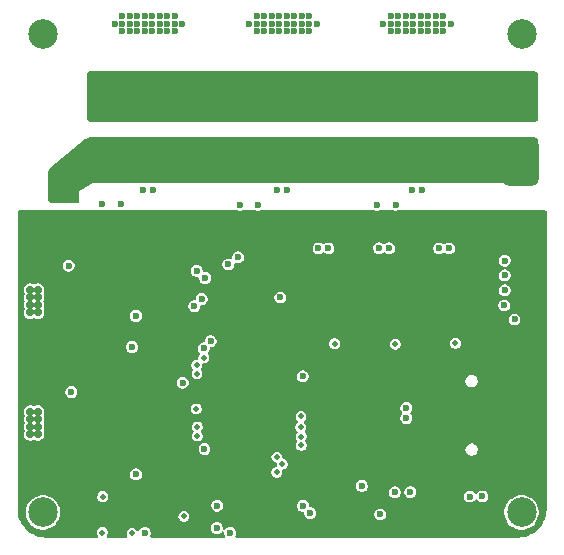
<source format=gbr>
%TF.GenerationSoftware,KiCad,Pcbnew,9.0.0-rc3-101-g1c85751bf0*%
%TF.CreationDate,2025-12-24T13:29:29+08:00*%
%TF.ProjectId,M4310_Drv,4d343331-305f-4447-9276-2e6b69636164,rev?*%
%TF.SameCoordinates,Original*%
%TF.FileFunction,Copper,L2,Inr*%
%TF.FilePolarity,Positive*%
%FSLAX46Y46*%
G04 Gerber Fmt 4.6, Leading zero omitted, Abs format (unit mm)*
G04 Created by KiCad (PCBNEW 9.0.0-rc3-101-g1c85751bf0) date 2025-12-24 13:29:29*
%MOMM*%
%LPD*%
G01*
G04 APERTURE LIST*
G04 Aperture macros list*
%AMRoundRect*
0 Rectangle with rounded corners*
0 $1 Rounding radius*
0 $2 $3 $4 $5 $6 $7 $8 $9 X,Y pos of 4 corners*
0 Add a 4 corners polygon primitive as box body*
4,1,4,$2,$3,$4,$5,$6,$7,$8,$9,$2,$3,0*
0 Add four circle primitives for the rounded corners*
1,1,$1+$1,$2,$3*
1,1,$1+$1,$4,$5*
1,1,$1+$1,$6,$7*
1,1,$1+$1,$8,$9*
0 Add four rect primitives between the rounded corners*
20,1,$1+$1,$2,$3,$4,$5,0*
20,1,$1+$1,$4,$5,$6,$7,0*
20,1,$1+$1,$6,$7,$8,$9,0*
20,1,$1+$1,$8,$9,$2,$3,0*%
G04 Aperture macros list end*
%TA.AperFunction,ComponentPad*%
%ADD10RoundRect,0.500000X-1.000000X-1.500000X1.000000X-1.500000X1.000000X1.500000X-1.000000X1.500000X0*%
%TD*%
%TA.AperFunction,ComponentPad*%
%ADD11O,2.000000X1.200000*%
%TD*%
%TA.AperFunction,ComponentPad*%
%ADD12O,1.800000X1.200000*%
%TD*%
%TA.AperFunction,ViaPad*%
%ADD13C,0.600000*%
%TD*%
%TA.AperFunction,ViaPad*%
%ADD14C,0.700000*%
%TD*%
%TA.AperFunction,ViaPad*%
%ADD15C,2.500000*%
%TD*%
%TA.AperFunction,ViaPad*%
%ADD16C,0.508000*%
%TD*%
G04 APERTURE END LIST*
D10*
%TO.N,PGND*%
%TO.C,REF\u002A\u002A*%
X200375001Y-106600000D03*
%TD*%
%TO.N,DCBUS*%
%TO.C,REF\u002A\u002A*%
X200375001Y-101050000D03*
%TD*%
%TO.N,PGND*%
%TO.C,*%
X200400000Y-106600000D03*
%TD*%
D11*
%TO.N,GND*%
%TO.C,USBC1*%
X195737500Y-123695000D03*
D12*
X199917500Y-123695000D03*
X199917500Y-132355000D03*
D11*
X195737500Y-132355000D03*
%TD*%
D13*
%TO.N,GND*%
X162195000Y-111245000D03*
X160925000Y-112515000D03*
X161560000Y-111880000D03*
X161560000Y-112515000D03*
X161560000Y-111245000D03*
X160925000Y-111880000D03*
X162195000Y-111880000D03*
X162195000Y-112515000D03*
X160925000Y-111245000D03*
D14*
%TO.N,DCBUS*%
X158890000Y-128995000D03*
X159525000Y-128995000D03*
X159525000Y-128360000D03*
X158890000Y-129630000D03*
X158890000Y-128360000D03*
X159525000Y-127725000D03*
X158890000Y-127725000D03*
X159525000Y-129630000D03*
D13*
%TO.N,+12V*%
X167500000Y-122240000D03*
D14*
%TO.N,DCBUS*%
X158880000Y-119320000D03*
X159515000Y-118685000D03*
X158880000Y-118685000D03*
X159515000Y-118050000D03*
X158880000Y-118050000D03*
X159515000Y-117415000D03*
X158880000Y-117415000D03*
X159515000Y-119320000D03*
D15*
%TO.N,*%
X159932233Y-95714434D03*
X200467767Y-95714482D03*
X159932232Y-136250013D03*
X200467767Y-136250001D03*
D13*
%TO.N,GND*%
X176327000Y-127193000D03*
X179375000Y-128209000D03*
X175311000Y-126177000D03*
X179375000Y-129225000D03*
X175311000Y-129225000D03*
X177343000Y-128209000D03*
X181425000Y-115550000D03*
X176327000Y-126177000D03*
X158890000Y-131910000D03*
X191065000Y-116025000D03*
X185940000Y-116075000D03*
X179375000Y-126177000D03*
X178359000Y-127193000D03*
X176327000Y-129225000D03*
X186575000Y-116075000D03*
X175311000Y-127193000D03*
X178359000Y-125161000D03*
X185225000Y-111675000D03*
X175311000Y-128209000D03*
X175311000Y-125161000D03*
X170400000Y-135950000D03*
X185940000Y-116710000D03*
X177343000Y-126177000D03*
X176327000Y-128209000D03*
X177343000Y-127193000D03*
X178359000Y-128209000D03*
X176327000Y-125161000D03*
X159525000Y-131275000D03*
X191700000Y-116025000D03*
X186575000Y-116710000D03*
X191065000Y-116660000D03*
X179075000Y-113775000D03*
X179375000Y-125161000D03*
X178359000Y-129225000D03*
X179375000Y-127193000D03*
X165490000Y-131135000D03*
X180600000Y-115550000D03*
X158890000Y-131275000D03*
X165490000Y-130500000D03*
X177343000Y-125161000D03*
X166125000Y-131135000D03*
X178359000Y-126177000D03*
X166125000Y-130500000D03*
X191700000Y-116660000D03*
X159525000Y-131910000D03*
X177343000Y-129225000D03*
X180250000Y-122275000D03*
D14*
%TO.N,DCBUS*%
X176375000Y-102525000D03*
X166275000Y-102525000D03*
X166275000Y-99275000D03*
X165625000Y-100575000D03*
X187825000Y-99275000D03*
X188475000Y-102525000D03*
X189125000Y-99925000D03*
X176375000Y-101225000D03*
X164975000Y-102525000D03*
X190425000Y-101225000D03*
X188475000Y-100575000D03*
X176375000Y-99275000D03*
X188475000Y-101875000D03*
X166275000Y-101875000D03*
X165625000Y-99275000D03*
X189775000Y-100575000D03*
X189125000Y-101225000D03*
X175725000Y-99275000D03*
X177025000Y-99275000D03*
X176375000Y-99925000D03*
X175725000Y-101225000D03*
X189125000Y-100575000D03*
X164975000Y-101875000D03*
X166925000Y-101875000D03*
X177025000Y-101875000D03*
X187825000Y-99925000D03*
X178325000Y-101875000D03*
X166275000Y-99925000D03*
X188475000Y-99925000D03*
X165625000Y-101225000D03*
X187175000Y-99925000D03*
X164975000Y-99275000D03*
X164325000Y-101875000D03*
X165625000Y-101875000D03*
X164325000Y-100575000D03*
X177675000Y-99275000D03*
X166275000Y-100575000D03*
X190425000Y-100575000D03*
X187175000Y-100575000D03*
X176375000Y-100575000D03*
X189775000Y-101225000D03*
X167575000Y-102525000D03*
X189775000Y-99925000D03*
X165625000Y-102525000D03*
X188475000Y-101225000D03*
X177675000Y-102525000D03*
X188475000Y-99275000D03*
X166925000Y-102525000D03*
X178975000Y-102525000D03*
X166925000Y-99275000D03*
X189125000Y-99275000D03*
X187175000Y-101225000D03*
X189125000Y-101875000D03*
X189775000Y-101875000D03*
X167575000Y-100575000D03*
X187825000Y-101875000D03*
X189125000Y-102525000D03*
X178975000Y-101875000D03*
X175725000Y-102525000D03*
X178975000Y-99925000D03*
X187175000Y-102525000D03*
X177025000Y-102525000D03*
X178325000Y-101225000D03*
X189775000Y-99275000D03*
X178325000Y-102525000D03*
X178975000Y-101225000D03*
X177675000Y-100575000D03*
X178975000Y-100575000D03*
X166275000Y-101225000D03*
X164325000Y-102525000D03*
X190425000Y-102525000D03*
X190425000Y-99925000D03*
X190425000Y-101875000D03*
X175725000Y-101875000D03*
X189775000Y-102525000D03*
X178325000Y-99275000D03*
X164325000Y-101225000D03*
X178325000Y-100575000D03*
X178975000Y-99275000D03*
X177025000Y-99925000D03*
X187825000Y-102525000D03*
X167575000Y-101875000D03*
X167575000Y-101225000D03*
X166925000Y-100575000D03*
X164975000Y-99925000D03*
X177025000Y-101225000D03*
X166925000Y-99925000D03*
X164325000Y-99275000D03*
X164975000Y-100575000D03*
X165625000Y-99925000D03*
X177675000Y-101875000D03*
X187825000Y-101225000D03*
X177675000Y-99925000D03*
X167575000Y-99275000D03*
X178325000Y-99925000D03*
X166925000Y-101225000D03*
X177025000Y-100575000D03*
X164325000Y-99925000D03*
X176375000Y-101875000D03*
X187825000Y-100575000D03*
X167575000Y-99925000D03*
X164975000Y-101225000D03*
X177675000Y-101225000D03*
X175725000Y-100575000D03*
X190425000Y-99275000D03*
X187175000Y-99275000D03*
X175725000Y-99925000D03*
X187175000Y-101875000D03*
D13*
%TO.N,+12V*%
X167830000Y-119620000D03*
X162120000Y-115350000D03*
X180050000Y-118040000D03*
%TO.N,+5V*%
X168575000Y-138000000D03*
X167825000Y-133030000D03*
X196100000Y-134900000D03*
X162350000Y-126050000D03*
X186950000Y-133998800D03*
%TO.N,VCC*%
X175800000Y-137975000D03*
X173625000Y-130875000D03*
D16*
X167500000Y-138000000D03*
X171878730Y-136583367D03*
D13*
X171770000Y-125270000D03*
X199875000Y-119900000D03*
X188500000Y-136421600D03*
X181950000Y-124725000D03*
D16*
X173575020Y-123150618D03*
D13*
%TO.N,/SH_A*%
X190045000Y-95510000D03*
X191950000Y-94240000D03*
X193220000Y-94875000D03*
X193855000Y-94240000D03*
X190045000Y-94240000D03*
X193855000Y-95510000D03*
X191315000Y-94240000D03*
X191315000Y-95510000D03*
X188250000Y-110200000D03*
X191315000Y-94875000D03*
X190680000Y-94240000D03*
X192585000Y-95510000D03*
X176470000Y-114650000D03*
X193220000Y-94240000D03*
X190680000Y-94875000D03*
X190045000Y-94875000D03*
X192585000Y-94240000D03*
X191950000Y-94875000D03*
X188775000Y-94875000D03*
X193855000Y-94875000D03*
X189410000Y-94875000D03*
X192585000Y-94875000D03*
X189410000Y-94240000D03*
X189410000Y-95510000D03*
X190680000Y-95510000D03*
X191950000Y-95510000D03*
X193220000Y-95510000D03*
X194490000Y-94875000D03*
%TO.N,/SH_B*%
X172970000Y-115799000D03*
X177400000Y-94875000D03*
X180575000Y-95510000D03*
X176625000Y-110200000D03*
X181845000Y-94875000D03*
X178035000Y-94240000D03*
X179305000Y-94875000D03*
X181210000Y-94875000D03*
X182480000Y-94875000D03*
X181845000Y-94240000D03*
X178670000Y-94875000D03*
X181210000Y-94240000D03*
X178670000Y-95510000D03*
X179305000Y-94240000D03*
X178035000Y-95510000D03*
X179940000Y-95510000D03*
X180575000Y-94875000D03*
X182480000Y-95510000D03*
X178670000Y-94240000D03*
X183115000Y-94875000D03*
X179940000Y-94875000D03*
X182480000Y-94240000D03*
X178035000Y-94875000D03*
X181210000Y-95510000D03*
X181845000Y-95510000D03*
X179940000Y-94240000D03*
X180575000Y-94240000D03*
X179305000Y-95510000D03*
%TO.N,/SH_C*%
X166645000Y-94875000D03*
X171090000Y-95510000D03*
X168550000Y-94240000D03*
X167915000Y-95510000D03*
X169185000Y-94875000D03*
X164975000Y-110175000D03*
X167280000Y-94240000D03*
X167280000Y-94875000D03*
X171090000Y-94875000D03*
X170455000Y-95510000D03*
X166645000Y-94240000D03*
X169185000Y-94240000D03*
X169185000Y-95510000D03*
X166645000Y-95510000D03*
X171725000Y-94875000D03*
X170455000Y-94875000D03*
X166010000Y-94875000D03*
X172770000Y-118780000D03*
X169820000Y-94240000D03*
X170455000Y-94240000D03*
X168550000Y-95510000D03*
X167915000Y-94875000D03*
X167280000Y-95510000D03*
X168550000Y-94875000D03*
X169820000Y-94875000D03*
X169820000Y-95510000D03*
X171090000Y-94240000D03*
X167915000Y-94240000D03*
%TO.N,/CAN-*%
X182575521Y-136300521D03*
X174675000Y-137575000D03*
%TO.N,/CAN+*%
X174700000Y-135675000D03*
X181974479Y-135699479D03*
%TO.N,/GH_A*%
X189800000Y-110200000D03*
X175635000Y-115255000D03*
%TO.N,IA+*%
X192080000Y-108975520D03*
X194340152Y-113900000D03*
%TO.N,/GH_B*%
X178175000Y-110200000D03*
X173675000Y-116400000D03*
%TO.N,IB+*%
X189255000Y-113890000D03*
X180590000Y-108975520D03*
%TO.N,/GH_C*%
X166575000Y-110175000D03*
X173392652Y-118180878D03*
%TO.N,/USB_DN*%
X174150000Y-121750000D03*
X190725000Y-128250000D03*
%TO.N,/SPI1_MOSI*%
X199050000Y-116175000D03*
D16*
X181775000Y-129005200D03*
D13*
%TO.N,/E_CS*%
X199050000Y-114925000D03*
D16*
X181800000Y-128125000D03*
%TO.N,/SPI1_MISO*%
X181825000Y-129825000D03*
D13*
X199000000Y-118725000D03*
D16*
%TO.N,/SPI1_SCK*%
X181825000Y-130575000D03*
D13*
X199050000Y-117450000D03*
%TO.N,/USB_DP*%
X173548960Y-122351040D03*
X190725000Y-127400000D03*
D16*
%TO.N,/SW_DIO*%
X172971870Y-123782861D03*
D13*
X191050000Y-134527400D03*
D16*
%TO.N,/FDCAN_TX*%
X173025000Y-129000000D03*
X165000000Y-134900000D03*
%TO.N,/FDCAN_RX*%
X173027600Y-129777600D03*
X164975000Y-137950000D03*
%TO.N,/IB*%
X180225000Y-132150000D03*
X189775000Y-122000000D03*
%TO.N,/IC*%
X184650000Y-121950000D03*
X179752240Y-131560213D03*
D13*
%TO.N,/SPI3_MOSI*%
X197150000Y-134875000D03*
D16*
X172925000Y-127475000D03*
%TO.N,/IA*%
X194875000Y-121925000D03*
X179750000Y-132850000D03*
D13*
%TO.N,/SW_SCK*%
X189750000Y-134550000D03*
D16*
X172990156Y-124490628D03*
D13*
%TO.N,/IC+*%
X169300000Y-108975520D03*
X184125000Y-113880000D03*
D14*
%TO.N,PGND*%
X188736200Y-106577600D03*
X188025000Y-105175000D03*
X165975000Y-105813800D03*
D13*
X179740000Y-108975520D03*
X160925000Y-107500000D03*
D14*
X177261200Y-107263800D03*
D13*
X183275000Y-113880000D03*
D14*
X189447400Y-105175000D03*
X165975000Y-107236200D03*
X176550000Y-107975000D03*
X176550000Y-105841400D03*
X166686200Y-105122400D03*
X165975000Y-105122400D03*
X165263800Y-107236200D03*
X176550000Y-107263800D03*
X189447400Y-108000000D03*
X188025000Y-105866400D03*
X188025000Y-107288800D03*
X177261200Y-105150000D03*
D13*
X162195000Y-108135000D03*
D14*
X177261200Y-105841400D03*
X177972400Y-105150000D03*
X165263800Y-105122400D03*
X176550000Y-105150000D03*
X188736200Y-105866400D03*
D13*
X162195000Y-108770000D03*
X168450000Y-108975520D03*
D14*
X166686200Y-107947400D03*
X188025000Y-108000000D03*
X165263800Y-105813800D03*
D13*
X160925000Y-108770000D03*
D14*
X165263800Y-106525000D03*
D13*
X160925000Y-108135000D03*
D14*
X177261200Y-106552600D03*
X165975000Y-106525000D03*
D13*
X162195000Y-107500000D03*
D14*
X177261200Y-107975000D03*
D13*
X193490152Y-113900000D03*
D14*
X177972400Y-107975000D03*
D13*
X188405000Y-113890000D03*
D14*
X188736200Y-108000000D03*
X165975000Y-107947400D03*
D13*
X161560000Y-108770000D03*
X161560000Y-108135000D03*
X191230000Y-108975520D03*
D14*
X188025000Y-106577600D03*
X188736200Y-107288800D03*
X188736200Y-105175000D03*
D13*
X161560000Y-107500000D03*
D14*
X176550000Y-106552600D03*
X165263800Y-107947400D03*
%TD*%
%TA.AperFunction,Conductor*%
%TO.N,DCBUS*%
G36*
X201715677Y-98919685D02*
G01*
X201736319Y-98936319D01*
X201863681Y-99063681D01*
X201897166Y-99125004D01*
X201900000Y-99151362D01*
X201900000Y-102898638D01*
X201891355Y-102928078D01*
X201884832Y-102958065D01*
X201881077Y-102963080D01*
X201880315Y-102965677D01*
X201863681Y-102986319D01*
X201736319Y-103113681D01*
X201674996Y-103147166D01*
X201648638Y-103150000D01*
X163901362Y-103150000D01*
X163834323Y-103130315D01*
X163813681Y-103113681D01*
X163686319Y-102986319D01*
X163652834Y-102924996D01*
X163650000Y-102898638D01*
X163650000Y-99151362D01*
X163658644Y-99121921D01*
X163665168Y-99091935D01*
X163668922Y-99086919D01*
X163669685Y-99084323D01*
X163686319Y-99063681D01*
X163813681Y-98936319D01*
X163875004Y-98902834D01*
X163901362Y-98900000D01*
X201648638Y-98900000D01*
X201715677Y-98919685D01*
G37*
%TD.AperFunction*%
%TD*%
%TA.AperFunction,Conductor*%
%TO.N,PGND*%
G36*
X201715677Y-104519685D02*
G01*
X201736319Y-104536319D01*
X201863681Y-104663681D01*
X201897166Y-104725004D01*
X201900000Y-104751362D01*
X201900000Y-108098638D01*
X201891355Y-108128078D01*
X201884832Y-108158065D01*
X201881077Y-108163080D01*
X201880315Y-108165677D01*
X201863681Y-108186319D01*
X201736319Y-108313681D01*
X201674996Y-108347166D01*
X201648638Y-108350000D01*
X164190000Y-108350000D01*
X163582500Y-108687500D01*
X163582499Y-108687500D01*
X163163647Y-108920193D01*
X163163646Y-108920195D01*
X162975001Y-109024998D01*
X162974999Y-109025001D01*
X162979959Y-109223376D01*
X162979959Y-109223389D01*
X162997448Y-109922901D01*
X162979445Y-109990411D01*
X162927802Y-110037472D01*
X162873487Y-110050000D01*
X160651362Y-110050000D01*
X160621921Y-110041355D01*
X160591935Y-110034832D01*
X160586919Y-110031077D01*
X160584323Y-110030315D01*
X160563681Y-110013681D01*
X160436319Y-109886319D01*
X160402834Y-109824996D01*
X160400000Y-109798638D01*
X160400000Y-107452501D01*
X160411628Y-107400075D01*
X160541631Y-107121418D01*
X160574328Y-107078832D01*
X163479998Y-104642539D01*
X163517276Y-104621030D01*
X163750156Y-104536319D01*
X163829465Y-104507470D01*
X163871853Y-104500000D01*
X201648638Y-104500000D01*
X201715677Y-104519685D01*
G37*
%TD.AperFunction*%
%TD*%
%TA.AperFunction,Conductor*%
%TO.N,GND*%
G36*
X164908687Y-110678700D02*
G01*
X165041313Y-110678700D01*
X165055121Y-110675000D01*
X166478554Y-110675000D01*
X166500595Y-110677901D01*
X166500630Y-110677639D01*
X166508686Y-110678699D01*
X166508687Y-110678700D01*
X166508688Y-110678700D01*
X166641312Y-110678700D01*
X166641313Y-110678700D01*
X166641313Y-110678699D01*
X166649370Y-110677639D01*
X166649404Y-110677901D01*
X166671446Y-110675000D01*
X176435253Y-110675000D01*
X176467346Y-110679224D01*
X176558687Y-110703700D01*
X176558689Y-110703700D01*
X176691311Y-110703700D01*
X176691313Y-110703700D01*
X176782653Y-110679224D01*
X176814747Y-110675000D01*
X177985253Y-110675000D01*
X178017346Y-110679224D01*
X178108687Y-110703700D01*
X178108689Y-110703700D01*
X178241311Y-110703700D01*
X178241313Y-110703700D01*
X178332653Y-110679224D01*
X178364747Y-110675000D01*
X188060253Y-110675000D01*
X188092346Y-110679224D01*
X188183687Y-110703700D01*
X188183689Y-110703700D01*
X188316311Y-110703700D01*
X188316313Y-110703700D01*
X188407653Y-110679224D01*
X188439747Y-110675000D01*
X189610253Y-110675000D01*
X189642346Y-110679224D01*
X189733687Y-110703700D01*
X189733689Y-110703700D01*
X189866311Y-110703700D01*
X189866313Y-110703700D01*
X189957653Y-110679224D01*
X189989747Y-110675000D01*
X202475500Y-110675000D01*
X202542539Y-110694685D01*
X202588294Y-110747489D01*
X202599500Y-110799000D01*
X202599500Y-135978479D01*
X202599274Y-135985968D01*
X202582453Y-136263977D01*
X202580648Y-136278840D01*
X202531120Y-136549099D01*
X202527536Y-136563638D01*
X202445796Y-136825948D01*
X202440487Y-136839948D01*
X202327721Y-137090505D01*
X202320762Y-137103763D01*
X202178619Y-137338899D01*
X202170115Y-137351219D01*
X202147116Y-137380577D01*
X202000673Y-137567500D01*
X201990745Y-137578707D01*
X201796457Y-137773001D01*
X201785251Y-137782929D01*
X201592827Y-137933689D01*
X201568968Y-137952382D01*
X201556645Y-137960887D01*
X201321520Y-138103032D01*
X201308262Y-138109991D01*
X201057711Y-138222762D01*
X201043711Y-138228072D01*
X200781398Y-138309821D01*
X200766860Y-138313405D01*
X200496599Y-138362942D01*
X200481735Y-138364747D01*
X200204836Y-138381507D01*
X200197344Y-138381734D01*
X176361568Y-138381734D01*
X176294529Y-138362049D01*
X176248774Y-138309245D01*
X176238830Y-138240087D01*
X176254179Y-138195736D01*
X176269373Y-138169421D01*
X176303700Y-138041313D01*
X176303700Y-137908687D01*
X176269373Y-137780579D01*
X176223739Y-137701538D01*
X176203062Y-137665724D01*
X176203058Y-137665719D01*
X176109280Y-137571941D01*
X176109275Y-137571937D01*
X175994423Y-137505628D01*
X175994422Y-137505627D01*
X175948476Y-137493316D01*
X175866313Y-137471300D01*
X175733687Y-137471300D01*
X175666019Y-137489432D01*
X175605577Y-137505627D01*
X175605576Y-137505628D01*
X175490724Y-137571937D01*
X175490719Y-137571941D01*
X175391193Y-137671468D01*
X175388928Y-137669203D01*
X175344636Y-137701538D01*
X175274890Y-137705686D01*
X175213973Y-137671468D01*
X175181226Y-137609747D01*
X175178700Y-137584845D01*
X175178700Y-137508689D01*
X175178700Y-137508687D01*
X175144373Y-137380579D01*
X175078060Y-137265721D01*
X174984279Y-137171940D01*
X174984278Y-137171939D01*
X174984275Y-137171937D01*
X174869423Y-137105628D01*
X174869422Y-137105627D01*
X174837394Y-137097045D01*
X174741313Y-137071300D01*
X174608687Y-137071300D01*
X174537014Y-137090505D01*
X174480577Y-137105627D01*
X174480576Y-137105628D01*
X174365724Y-137171937D01*
X174365719Y-137171941D01*
X174271941Y-137265719D01*
X174271937Y-137265724D01*
X174205628Y-137380576D01*
X174205627Y-137380577D01*
X174188463Y-137444633D01*
X174171300Y-137508687D01*
X174171300Y-137508689D01*
X174171300Y-137641310D01*
X174171299Y-137641310D01*
X174205627Y-137769422D01*
X174205628Y-137769423D01*
X174271937Y-137884275D01*
X174271939Y-137884278D01*
X174271940Y-137884279D01*
X174365721Y-137978060D01*
X174480579Y-138044373D01*
X174608687Y-138078700D01*
X174608690Y-138078700D01*
X174741310Y-138078700D01*
X174741313Y-138078700D01*
X174869421Y-138044373D01*
X174984279Y-137978060D01*
X175078060Y-137884279D01*
X175078060Y-137884278D01*
X175083807Y-137878532D01*
X175086077Y-137880802D01*
X175130310Y-137848480D01*
X175200055Y-137844300D01*
X175260988Y-137878491D01*
X175293762Y-137940196D01*
X175296300Y-137965154D01*
X175296300Y-138041310D01*
X175296299Y-138041310D01*
X175301376Y-138060257D01*
X175330627Y-138169421D01*
X175345819Y-138195734D01*
X175362292Y-138263634D01*
X175339440Y-138329661D01*
X175284519Y-138372851D01*
X175238432Y-138381734D01*
X169151002Y-138381734D01*
X169083963Y-138362049D01*
X169038208Y-138309245D01*
X169028264Y-138240087D01*
X169041444Y-138202006D01*
X169041262Y-138201931D01*
X169042528Y-138198873D01*
X169043615Y-138195734D01*
X169043663Y-138195650D01*
X169044373Y-138194421D01*
X169078700Y-138066313D01*
X169078700Y-137933687D01*
X169044373Y-137805579D01*
X168993700Y-137717810D01*
X168978062Y-137690724D01*
X168978058Y-137690719D01*
X168884280Y-137596941D01*
X168884275Y-137596937D01*
X168769423Y-137530628D01*
X168769422Y-137530627D01*
X168737394Y-137522045D01*
X168641313Y-137496300D01*
X168508687Y-137496300D01*
X168431822Y-137516896D01*
X168380577Y-137530627D01*
X168380576Y-137530628D01*
X168265724Y-137596937D01*
X168265719Y-137596941D01*
X168171941Y-137690719D01*
X168171937Y-137690724D01*
X168118328Y-137783578D01*
X168067761Y-137831794D01*
X167999153Y-137845016D01*
X167934289Y-137819048D01*
X167903554Y-137783578D01*
X167866251Y-137718966D01*
X167781034Y-137633749D01*
X167781032Y-137633748D01*
X167781027Y-137633744D01*
X167676671Y-137573495D01*
X167676666Y-137573492D01*
X167637862Y-137563094D01*
X167560257Y-137542300D01*
X167439743Y-137542300D01*
X167381539Y-137557896D01*
X167323333Y-137573492D01*
X167323328Y-137573495D01*
X167218972Y-137633744D01*
X167218964Y-137633750D01*
X167133750Y-137718964D01*
X167133744Y-137718972D01*
X167073495Y-137823328D01*
X167073492Y-137823333D01*
X167055698Y-137889743D01*
X167042300Y-137939743D01*
X167042300Y-138060257D01*
X167071551Y-138169420D01*
X167073492Y-138176665D01*
X167084502Y-138195735D01*
X167100973Y-138263636D01*
X167078120Y-138329662D01*
X167023199Y-138372852D01*
X166977114Y-138381734D01*
X165469019Y-138381734D01*
X165401980Y-138362049D01*
X165356225Y-138309245D01*
X165346281Y-138240087D01*
X165361631Y-138195735D01*
X165376823Y-138169421D01*
X165401508Y-138126665D01*
X165432700Y-138010257D01*
X165432700Y-137889743D01*
X165401508Y-137773335D01*
X165370122Y-137718972D01*
X165341255Y-137668972D01*
X165341249Y-137668964D01*
X165256035Y-137583750D01*
X165256027Y-137583744D01*
X165151671Y-137523495D01*
X165151666Y-137523492D01*
X165096413Y-137508687D01*
X165035257Y-137492300D01*
X164914743Y-137492300D01*
X164865007Y-137505627D01*
X164798333Y-137523492D01*
X164798328Y-137523495D01*
X164693972Y-137583744D01*
X164693964Y-137583750D01*
X164608750Y-137668964D01*
X164608744Y-137668972D01*
X164548495Y-137773328D01*
X164548492Y-137773333D01*
X164539852Y-137805579D01*
X164517300Y-137889743D01*
X164517300Y-138010257D01*
X164543072Y-138106437D01*
X164548492Y-138126665D01*
X164588369Y-138195735D01*
X164604840Y-138263635D01*
X164581988Y-138329662D01*
X164527066Y-138372852D01*
X164480981Y-138381734D01*
X160203750Y-138381734D01*
X160196263Y-138381508D01*
X159918260Y-138364691D01*
X159903395Y-138362886D01*
X159633141Y-138313359D01*
X159618602Y-138309775D01*
X159356294Y-138228035D01*
X159342293Y-138222725D01*
X159091748Y-138109962D01*
X159078489Y-138103003D01*
X158843364Y-137960861D01*
X158831041Y-137952355D01*
X158614765Y-137782910D01*
X158603557Y-137772980D01*
X158409278Y-137578696D01*
X158399348Y-137567487D01*
X158229906Y-137351202D01*
X158221400Y-137338879D01*
X158079268Y-137103754D01*
X158072309Y-137090495D01*
X157959549Y-136839940D01*
X157954240Y-136825939D01*
X157953842Y-136824662D01*
X157872503Y-136563617D01*
X157868925Y-136549100D01*
X157819404Y-136278834D01*
X157817600Y-136263983D01*
X157809838Y-136135604D01*
X158478532Y-136135604D01*
X158478532Y-136364422D01*
X158485228Y-136406700D01*
X158514327Y-136590423D01*
X158585033Y-136808037D01*
X158585034Y-136808040D01*
X158672124Y-136978962D01*
X158688916Y-137011918D01*
X158823412Y-137197035D01*
X158985210Y-137358833D01*
X159170327Y-137493329D01*
X159266438Y-137542300D01*
X159374204Y-137597210D01*
X159374207Y-137597211D01*
X159483014Y-137632564D01*
X159591823Y-137667918D01*
X159817823Y-137703713D01*
X159817824Y-137703713D01*
X160046640Y-137703713D01*
X160046641Y-137703713D01*
X160272641Y-137667918D01*
X160490259Y-137597210D01*
X160694137Y-137493329D01*
X160879254Y-137358833D01*
X161041052Y-137197035D01*
X161175548Y-137011918D01*
X161279429Y-136808040D01*
X161350137Y-136590422D01*
X161360799Y-136523110D01*
X171421030Y-136523110D01*
X171421030Y-136643624D01*
X171437013Y-136703271D01*
X171452222Y-136760033D01*
X171452225Y-136760038D01*
X171512474Y-136864394D01*
X171512478Y-136864399D01*
X171512479Y-136864401D01*
X171597696Y-136949618D01*
X171597698Y-136949619D01*
X171597702Y-136949622D01*
X171648544Y-136978975D01*
X171702065Y-137009875D01*
X171818473Y-137041067D01*
X171818475Y-137041067D01*
X171938985Y-137041067D01*
X171938987Y-137041067D01*
X172055395Y-137009875D01*
X172159764Y-136949618D01*
X172244981Y-136864401D01*
X172305238Y-136760032D01*
X172336430Y-136643624D01*
X172336430Y-136523110D01*
X172305238Y-136406702D01*
X172305234Y-136406695D01*
X172244985Y-136302339D01*
X172244979Y-136302331D01*
X172159765Y-136217117D01*
X172159757Y-136217111D01*
X172055401Y-136156862D01*
X172055396Y-136156859D01*
X172008790Y-136144371D01*
X171938987Y-136125667D01*
X171818473Y-136125667D01*
X171771644Y-136138215D01*
X171702063Y-136156859D01*
X171702058Y-136156862D01*
X171597702Y-136217111D01*
X171597694Y-136217117D01*
X171512480Y-136302331D01*
X171512474Y-136302339D01*
X171452225Y-136406695D01*
X171452222Y-136406700D01*
X171431427Y-136484307D01*
X171421030Y-136523110D01*
X161360799Y-136523110D01*
X161365260Y-136494943D01*
X161385932Y-136364421D01*
X161385932Y-136135604D01*
X161385930Y-136135592D01*
X161350137Y-135909604D01*
X161295455Y-135741310D01*
X174196299Y-135741310D01*
X174230627Y-135869422D01*
X174230628Y-135869423D01*
X174296937Y-135984275D01*
X174296939Y-135984278D01*
X174296940Y-135984279D01*
X174390721Y-136078060D01*
X174390722Y-136078061D01*
X174390724Y-136078062D01*
X174439283Y-136106097D01*
X174505579Y-136144373D01*
X174633687Y-136178700D01*
X174633690Y-136178700D01*
X174766310Y-136178700D01*
X174766313Y-136178700D01*
X174894421Y-136144373D01*
X175009279Y-136078060D01*
X175103060Y-135984279D01*
X175169373Y-135869421D01*
X175197142Y-135765789D01*
X181470778Y-135765789D01*
X181505106Y-135893901D01*
X181505107Y-135893902D01*
X181571416Y-136008754D01*
X181571418Y-136008757D01*
X181571419Y-136008758D01*
X181665200Y-136102539D01*
X181665201Y-136102540D01*
X181665203Y-136102541D01*
X181709780Y-136128277D01*
X181780058Y-136168852D01*
X181908166Y-136203179D01*
X181908169Y-136203179D01*
X181947821Y-136203179D01*
X182014860Y-136222864D01*
X182060615Y-136275668D01*
X182071821Y-136327179D01*
X182071821Y-136366831D01*
X182071820Y-136366831D01*
X182106148Y-136494943D01*
X182106149Y-136494944D01*
X182172458Y-136609796D01*
X182172460Y-136609799D01*
X182172461Y-136609800D01*
X182266242Y-136703581D01*
X182381100Y-136769894D01*
X182509208Y-136804221D01*
X182509211Y-136804221D01*
X182641831Y-136804221D01*
X182641834Y-136804221D01*
X182769942Y-136769894D01*
X182884800Y-136703581D01*
X182978581Y-136609800D01*
X183044894Y-136494942D01*
X183046778Y-136487910D01*
X187996299Y-136487910D01*
X188030627Y-136616022D01*
X188030628Y-136616023D01*
X188096937Y-136730875D01*
X188096939Y-136730878D01*
X188096940Y-136730879D01*
X188190721Y-136824660D01*
X188190722Y-136824661D01*
X188190724Y-136824662D01*
X188248150Y-136857816D01*
X188305579Y-136890973D01*
X188433687Y-136925300D01*
X188433690Y-136925300D01*
X188566310Y-136925300D01*
X188566313Y-136925300D01*
X188694421Y-136890973D01*
X188809279Y-136824660D01*
X188903060Y-136730879D01*
X188969373Y-136616021D01*
X189003700Y-136487913D01*
X189003700Y-136355287D01*
X188969373Y-136227179D01*
X188916495Y-136135592D01*
X199014067Y-136135592D01*
X199014067Y-136364410D01*
X199022636Y-136418514D01*
X199049862Y-136590411D01*
X199120568Y-136808025D01*
X199120569Y-136808028D01*
X199207665Y-136978962D01*
X199224451Y-137011906D01*
X199358947Y-137197023D01*
X199520745Y-137358821D01*
X199705862Y-137493317D01*
X199765084Y-137523492D01*
X199909739Y-137597198D01*
X199909742Y-137597199D01*
X200018549Y-137632552D01*
X200127358Y-137667906D01*
X200353358Y-137703701D01*
X200353359Y-137703701D01*
X200582175Y-137703701D01*
X200582176Y-137703701D01*
X200808176Y-137667906D01*
X201025794Y-137597198D01*
X201229672Y-137493317D01*
X201414789Y-137358821D01*
X201576587Y-137197023D01*
X201711083Y-137011906D01*
X201814964Y-136808028D01*
X201885672Y-136590410D01*
X201921467Y-136364410D01*
X201921467Y-136135592D01*
X201885672Y-135909592D01*
X201814968Y-135691985D01*
X201814965Y-135691976D01*
X201814964Y-135691973D01*
X201762033Y-135588092D01*
X201711083Y-135488096D01*
X201576587Y-135302979D01*
X201414789Y-135141181D01*
X201229672Y-135006685D01*
X201210215Y-134996771D01*
X201025794Y-134902803D01*
X201025791Y-134902802D01*
X200808177Y-134832096D01*
X200660378Y-134808687D01*
X200582176Y-134796301D01*
X200353358Y-134796301D01*
X200278024Y-134808232D01*
X200127356Y-134832096D01*
X199909742Y-134902802D01*
X199909739Y-134902803D01*
X199705861Y-135006685D01*
X199619514Y-135069421D01*
X199520745Y-135141181D01*
X199520743Y-135141183D01*
X199520742Y-135141183D01*
X199358949Y-135302976D01*
X199358949Y-135302977D01*
X199358947Y-135302979D01*
X199310709Y-135369373D01*
X199224451Y-135488095D01*
X199120569Y-135691973D01*
X199120568Y-135691976D01*
X199049862Y-135909590D01*
X199023179Y-136078060D01*
X199014067Y-136135592D01*
X188916495Y-136135592D01*
X188903060Y-136112321D01*
X188809279Y-136018540D01*
X188809278Y-136018539D01*
X188809275Y-136018537D01*
X188694423Y-135952228D01*
X188694422Y-135952227D01*
X188662394Y-135943645D01*
X188566313Y-135917900D01*
X188433687Y-135917900D01*
X188356822Y-135938496D01*
X188305577Y-135952227D01*
X188305576Y-135952228D01*
X188190724Y-136018537D01*
X188190719Y-136018541D01*
X188096941Y-136112319D01*
X188096937Y-136112324D01*
X188030628Y-136227176D01*
X188030627Y-136227177D01*
X188028743Y-136234210D01*
X187996300Y-136355287D01*
X187996300Y-136355289D01*
X187996300Y-136487910D01*
X187996299Y-136487910D01*
X183046778Y-136487910D01*
X183079221Y-136366834D01*
X183079221Y-136234208D01*
X183044894Y-136106100D01*
X182994342Y-136018541D01*
X182978583Y-135991245D01*
X182978579Y-135991240D01*
X182884801Y-135897462D01*
X182884796Y-135897458D01*
X182769944Y-135831149D01*
X182769943Y-135831148D01*
X182737915Y-135822566D01*
X182641834Y-135796821D01*
X182602179Y-135796821D01*
X182535140Y-135777136D01*
X182489385Y-135724332D01*
X182478179Y-135672821D01*
X182478179Y-135633168D01*
X182478179Y-135633166D01*
X182443852Y-135505058D01*
X182377539Y-135390200D01*
X182283758Y-135296419D01*
X182283757Y-135296418D01*
X182283754Y-135296416D01*
X182168902Y-135230107D01*
X182168901Y-135230106D01*
X182136873Y-135221524D01*
X182040792Y-135195779D01*
X181908166Y-135195779D01*
X181831301Y-135216375D01*
X181780056Y-135230106D01*
X181780055Y-135230107D01*
X181665203Y-135296416D01*
X181665198Y-135296420D01*
X181571420Y-135390198D01*
X181571416Y-135390203D01*
X181505107Y-135505055D01*
X181505106Y-135505056D01*
X181487942Y-135569112D01*
X181470779Y-135633166D01*
X181470779Y-135633168D01*
X181470779Y-135765789D01*
X181470778Y-135765789D01*
X175197142Y-135765789D01*
X175203700Y-135741313D01*
X175203700Y-135608687D01*
X175169373Y-135480579D01*
X175117192Y-135390198D01*
X175103062Y-135365724D01*
X175103058Y-135365719D01*
X175009280Y-135271941D01*
X175009275Y-135271937D01*
X174894423Y-135205628D01*
X174894422Y-135205627D01*
X174857668Y-135195779D01*
X174766313Y-135171300D01*
X174633687Y-135171300D01*
X174556822Y-135191896D01*
X174505577Y-135205627D01*
X174505576Y-135205628D01*
X174390724Y-135271937D01*
X174390719Y-135271941D01*
X174296941Y-135365719D01*
X174296937Y-135365724D01*
X174230628Y-135480576D01*
X174230627Y-135480577D01*
X174213463Y-135544633D01*
X174196300Y-135608687D01*
X174196300Y-135608689D01*
X174196300Y-135741310D01*
X174196299Y-135741310D01*
X161295455Y-135741310D01*
X161279429Y-135691986D01*
X161279427Y-135691981D01*
X161261529Y-135656855D01*
X161261528Y-135656854D01*
X161175548Y-135488108D01*
X161041052Y-135302991D01*
X160879254Y-135141193D01*
X160694137Y-135006697D01*
X160559807Y-134938252D01*
X160490259Y-134902815D01*
X160490256Y-134902814D01*
X160296140Y-134839743D01*
X164542300Y-134839743D01*
X164542300Y-134960257D01*
X164561283Y-135031100D01*
X164573492Y-135076666D01*
X164573495Y-135076671D01*
X164633744Y-135181027D01*
X164633748Y-135181032D01*
X164633749Y-135181034D01*
X164718966Y-135266251D01*
X164718968Y-135266252D01*
X164718972Y-135266255D01*
X164782725Y-135303062D01*
X164823335Y-135326508D01*
X164939743Y-135357700D01*
X164939745Y-135357700D01*
X165060255Y-135357700D01*
X165060257Y-135357700D01*
X165176665Y-135326508D01*
X165281034Y-135266251D01*
X165366251Y-135181034D01*
X165426508Y-135076665D01*
X165457700Y-134960257D01*
X165457700Y-134839743D01*
X165426508Y-134723335D01*
X165425635Y-134721823D01*
X165366255Y-134618972D01*
X165366249Y-134618964D01*
X165363595Y-134616310D01*
X189246299Y-134616310D01*
X189280627Y-134744422D01*
X189280628Y-134744423D01*
X189346937Y-134859275D01*
X189346939Y-134859278D01*
X189346940Y-134859279D01*
X189440721Y-134953060D01*
X189440722Y-134953061D01*
X189440724Y-134953062D01*
X189463676Y-134966313D01*
X189555579Y-135019373D01*
X189683687Y-135053700D01*
X189683690Y-135053700D01*
X189816310Y-135053700D01*
X189816313Y-135053700D01*
X189944421Y-135019373D01*
X190059279Y-134953060D01*
X190153060Y-134859279D01*
X190219373Y-134744421D01*
X190253700Y-134616313D01*
X190253700Y-134593710D01*
X190546299Y-134593710D01*
X190580627Y-134721822D01*
X190580628Y-134721823D01*
X190646937Y-134836675D01*
X190646939Y-134836678D01*
X190646940Y-134836679D01*
X190740721Y-134930460D01*
X190740722Y-134930461D01*
X190740724Y-134930462D01*
X190779869Y-134953062D01*
X190855579Y-134996773D01*
X190983687Y-135031100D01*
X190983690Y-135031100D01*
X191116310Y-135031100D01*
X191116313Y-135031100D01*
X191244421Y-134996773D01*
X191297185Y-134966310D01*
X195596299Y-134966310D01*
X195630627Y-135094422D01*
X195630628Y-135094423D01*
X195696937Y-135209275D01*
X195696939Y-135209278D01*
X195696940Y-135209279D01*
X195790721Y-135303060D01*
X195790722Y-135303061D01*
X195790724Y-135303062D01*
X195831334Y-135326508D01*
X195905579Y-135369373D01*
X196033687Y-135403700D01*
X196033690Y-135403700D01*
X196166310Y-135403700D01*
X196166313Y-135403700D01*
X196294421Y-135369373D01*
X196409279Y-135303060D01*
X196503060Y-135209279D01*
X196524831Y-135171571D01*
X196575393Y-135123358D01*
X196644000Y-135110133D01*
X196708865Y-135136099D01*
X196739603Y-135171571D01*
X196746940Y-135184279D01*
X196840721Y-135278060D01*
X196840722Y-135278061D01*
X196840724Y-135278062D01*
X196883877Y-135302976D01*
X196955579Y-135344373D01*
X197083687Y-135378700D01*
X197083690Y-135378700D01*
X197216310Y-135378700D01*
X197216313Y-135378700D01*
X197344421Y-135344373D01*
X197459279Y-135278060D01*
X197553060Y-135184279D01*
X197619373Y-135069421D01*
X197653700Y-134941313D01*
X197653700Y-134808687D01*
X197619373Y-134680579D01*
X197582267Y-134616310D01*
X197553062Y-134565724D01*
X197553058Y-134565719D01*
X197459280Y-134471941D01*
X197459275Y-134471937D01*
X197344423Y-134405628D01*
X197344422Y-134405627D01*
X197309613Y-134396300D01*
X197216313Y-134371300D01*
X197083687Y-134371300D01*
X197006822Y-134391896D01*
X196955577Y-134405627D01*
X196955576Y-134405628D01*
X196840724Y-134471937D01*
X196840719Y-134471941D01*
X196746941Y-134565719D01*
X196746937Y-134565724D01*
X196725170Y-134603427D01*
X196674603Y-134651643D01*
X196605996Y-134664866D01*
X196541131Y-134638898D01*
X196510395Y-134603426D01*
X196504787Y-134593713D01*
X196503060Y-134590721D01*
X196409279Y-134496940D01*
X196409278Y-134496939D01*
X196409275Y-134496937D01*
X196294423Y-134430628D01*
X196294422Y-134430627D01*
X196262394Y-134422045D01*
X196166313Y-134396300D01*
X196033687Y-134396300D01*
X195956822Y-134416896D01*
X195905577Y-134430627D01*
X195905576Y-134430628D01*
X195790724Y-134496937D01*
X195790719Y-134496941D01*
X195696941Y-134590719D01*
X195696937Y-134590724D01*
X195630628Y-134705576D01*
X195630627Y-134705577D01*
X195615091Y-134763559D01*
X195596300Y-134833687D01*
X195596300Y-134833689D01*
X195596300Y-134966310D01*
X195596299Y-134966310D01*
X191297185Y-134966310D01*
X191359279Y-134930460D01*
X191453060Y-134836679D01*
X191519373Y-134721821D01*
X191553700Y-134593713D01*
X191553700Y-134461087D01*
X191519373Y-134332979D01*
X191453060Y-134218121D01*
X191359279Y-134124340D01*
X191359278Y-134124339D01*
X191359275Y-134124337D01*
X191244423Y-134058028D01*
X191244422Y-134058027D01*
X191200656Y-134046300D01*
X191116313Y-134023700D01*
X190983687Y-134023700D01*
X190906822Y-134044296D01*
X190855577Y-134058027D01*
X190855576Y-134058028D01*
X190740724Y-134124337D01*
X190740719Y-134124341D01*
X190646941Y-134218119D01*
X190646937Y-134218124D01*
X190580628Y-134332976D01*
X190580627Y-134332977D01*
X190574571Y-134355579D01*
X190546300Y-134461087D01*
X190546300Y-134461089D01*
X190546300Y-134593710D01*
X190546299Y-134593710D01*
X190253700Y-134593710D01*
X190253700Y-134483687D01*
X190219373Y-134355579D01*
X190153060Y-134240721D01*
X190059279Y-134146940D01*
X190059278Y-134146939D01*
X190059275Y-134146937D01*
X189944423Y-134080628D01*
X189944422Y-134080627D01*
X189912394Y-134072045D01*
X189816313Y-134046300D01*
X189683687Y-134046300D01*
X189613477Y-134065113D01*
X189555577Y-134080627D01*
X189555576Y-134080628D01*
X189440724Y-134146937D01*
X189440719Y-134146941D01*
X189346941Y-134240719D01*
X189346937Y-134240724D01*
X189280628Y-134355576D01*
X189280627Y-134355577D01*
X189268226Y-134401858D01*
X189246300Y-134483687D01*
X189246300Y-134483689D01*
X189246300Y-134616310D01*
X189246299Y-134616310D01*
X165363595Y-134616310D01*
X165281035Y-134533750D01*
X165281027Y-134533744D01*
X165176671Y-134473495D01*
X165176666Y-134473492D01*
X165130370Y-134461087D01*
X165060257Y-134442300D01*
X164939743Y-134442300D01*
X164881539Y-134457896D01*
X164823333Y-134473492D01*
X164823328Y-134473495D01*
X164718972Y-134533744D01*
X164718964Y-134533750D01*
X164633750Y-134618964D01*
X164633744Y-134618972D01*
X164573495Y-134723328D01*
X164573492Y-134723333D01*
X164567841Y-134744423D01*
X164542300Y-134839743D01*
X160296140Y-134839743D01*
X160272642Y-134832108D01*
X160159641Y-134814210D01*
X160046641Y-134796313D01*
X159817823Y-134796313D01*
X159742489Y-134808244D01*
X159591821Y-134832108D01*
X159374207Y-134902814D01*
X159374204Y-134902815D01*
X159170326Y-135006697D01*
X159064710Y-135083432D01*
X158985210Y-135141193D01*
X158985208Y-135141195D01*
X158985207Y-135141195D01*
X158823414Y-135302988D01*
X158823414Y-135302989D01*
X158823412Y-135302991D01*
X158768406Y-135378700D01*
X158688916Y-135488107D01*
X158585034Y-135691985D01*
X158585033Y-135691988D01*
X158514327Y-135909602D01*
X158482219Y-136112324D01*
X158478532Y-136135604D01*
X157809838Y-136135604D01*
X157809395Y-136128270D01*
X157800726Y-135984878D01*
X157800500Y-135977394D01*
X157800500Y-134065110D01*
X186446299Y-134065110D01*
X186480627Y-134193222D01*
X186480628Y-134193223D01*
X186546937Y-134308075D01*
X186546939Y-134308078D01*
X186546940Y-134308079D01*
X186640721Y-134401860D01*
X186640722Y-134401861D01*
X186640724Y-134401862D01*
X186647247Y-134405628D01*
X186755579Y-134468173D01*
X186883687Y-134502500D01*
X186883690Y-134502500D01*
X187016310Y-134502500D01*
X187016313Y-134502500D01*
X187144421Y-134468173D01*
X187259279Y-134401860D01*
X187353060Y-134308079D01*
X187419373Y-134193221D01*
X187453700Y-134065113D01*
X187453700Y-133932487D01*
X187419373Y-133804379D01*
X187353060Y-133689521D01*
X187259279Y-133595740D01*
X187259278Y-133595739D01*
X187259275Y-133595737D01*
X187144423Y-133529428D01*
X187144422Y-133529427D01*
X187112394Y-133520845D01*
X187016313Y-133495100D01*
X186883687Y-133495100D01*
X186806822Y-133515696D01*
X186755577Y-133529427D01*
X186755576Y-133529428D01*
X186640724Y-133595737D01*
X186640719Y-133595741D01*
X186546941Y-133689519D01*
X186546937Y-133689524D01*
X186480628Y-133804376D01*
X186480627Y-133804377D01*
X186463463Y-133868433D01*
X186446300Y-133932487D01*
X186446300Y-133932489D01*
X186446300Y-134065110D01*
X186446299Y-134065110D01*
X157800500Y-134065110D01*
X157800500Y-133096310D01*
X167321299Y-133096310D01*
X167355627Y-133224422D01*
X167355628Y-133224423D01*
X167421937Y-133339275D01*
X167421939Y-133339278D01*
X167421940Y-133339279D01*
X167515721Y-133433060D01*
X167630579Y-133499373D01*
X167758687Y-133533700D01*
X167758690Y-133533700D01*
X167891310Y-133533700D01*
X167891313Y-133533700D01*
X168019421Y-133499373D01*
X168134279Y-133433060D01*
X168228060Y-133339279D01*
X168294373Y-133224421D01*
X168328700Y-133096313D01*
X168328700Y-132963687D01*
X168294373Y-132835579D01*
X168267910Y-132789743D01*
X179292300Y-132789743D01*
X179292300Y-132910257D01*
X179306617Y-132963687D01*
X179323492Y-133026666D01*
X179323495Y-133026671D01*
X179383744Y-133131027D01*
X179383748Y-133131032D01*
X179383749Y-133131034D01*
X179468966Y-133216251D01*
X179468968Y-133216252D01*
X179468972Y-133216255D01*
X179483120Y-133224423D01*
X179573335Y-133276508D01*
X179689743Y-133307700D01*
X179689745Y-133307700D01*
X179810255Y-133307700D01*
X179810257Y-133307700D01*
X179926665Y-133276508D01*
X180031034Y-133216251D01*
X180116251Y-133131034D01*
X180176508Y-133026665D01*
X180207700Y-132910257D01*
X180207700Y-132789743D01*
X180199478Y-132759058D01*
X180201139Y-132689209D01*
X180240301Y-132631346D01*
X180287153Y-132607191D01*
X180401665Y-132576508D01*
X180506034Y-132516251D01*
X180591251Y-132431034D01*
X180651508Y-132326665D01*
X180682700Y-132210257D01*
X180682700Y-132089743D01*
X180651508Y-131973335D01*
X180624446Y-131926462D01*
X180591255Y-131868972D01*
X180591249Y-131868964D01*
X180506035Y-131783750D01*
X180506027Y-131783744D01*
X180401671Y-131723495D01*
X180401667Y-131723493D01*
X180401665Y-131723492D01*
X180401663Y-131723491D01*
X180401660Y-131723490D01*
X180301845Y-131696744D01*
X180242185Y-131660379D01*
X180211657Y-131597532D01*
X180209940Y-131576970D01*
X180209940Y-131499957D01*
X180187691Y-131416923D01*
X180178748Y-131383548D01*
X180157893Y-131347425D01*
X180118495Y-131279185D01*
X180118489Y-131279177D01*
X180033275Y-131193963D01*
X180033267Y-131193957D01*
X179928911Y-131133708D01*
X179928906Y-131133705D01*
X179890102Y-131123307D01*
X179812497Y-131102513D01*
X179691983Y-131102513D01*
X179633779Y-131118109D01*
X179575573Y-131133705D01*
X179575568Y-131133708D01*
X179471212Y-131193957D01*
X179471204Y-131193963D01*
X179385990Y-131279177D01*
X179385984Y-131279185D01*
X179325735Y-131383541D01*
X179325732Y-131383546D01*
X179307149Y-131452900D01*
X179294540Y-131499956D01*
X179294540Y-131620470D01*
X179305234Y-131660379D01*
X179325732Y-131736879D01*
X179325735Y-131736884D01*
X179385984Y-131841240D01*
X179385988Y-131841245D01*
X179385989Y-131841247D01*
X179471206Y-131926464D01*
X179471208Y-131926465D01*
X179471212Y-131926468D01*
X179575568Y-131986717D01*
X179575575Y-131986721D01*
X179675396Y-132013468D01*
X179694633Y-132025194D01*
X179715871Y-132032697D01*
X179723887Y-132043025D01*
X179735054Y-132049832D01*
X179744898Y-132070096D01*
X179758710Y-132087893D01*
X179762012Y-132105329D01*
X179765583Y-132112679D01*
X179766811Y-132122245D01*
X179767300Y-132127736D01*
X179767300Y-132210257D01*
X179778304Y-132251324D01*
X179779258Y-132262037D01*
X179774444Y-132286178D01*
X179773859Y-132310790D01*
X179767733Y-132319840D01*
X179765597Y-132330558D01*
X179748495Y-132348264D01*
X179734697Y-132368653D01*
X179722962Y-132374702D01*
X179717059Y-132380815D01*
X179706085Y-132383402D01*
X179687842Y-132392808D01*
X179573339Y-132423490D01*
X179573328Y-132423495D01*
X179468972Y-132483744D01*
X179468964Y-132483750D01*
X179383750Y-132568964D01*
X179383744Y-132568972D01*
X179323495Y-132673328D01*
X179323492Y-132673333D01*
X179319238Y-132689209D01*
X179292300Y-132789743D01*
X168267910Y-132789743D01*
X168228060Y-132720721D01*
X168134279Y-132626940D01*
X168134278Y-132626939D01*
X168134275Y-132626937D01*
X168019423Y-132560628D01*
X168019422Y-132560627D01*
X167987394Y-132552045D01*
X167891313Y-132526300D01*
X167758687Y-132526300D01*
X167681822Y-132546896D01*
X167630577Y-132560627D01*
X167630576Y-132560628D01*
X167515724Y-132626937D01*
X167515719Y-132626941D01*
X167421941Y-132720719D01*
X167421937Y-132720724D01*
X167355628Y-132835576D01*
X167355627Y-132835577D01*
X167338463Y-132899633D01*
X167321300Y-132963687D01*
X167321300Y-132963689D01*
X167321300Y-133096310D01*
X167321299Y-133096310D01*
X157800500Y-133096310D01*
X157800500Y-130941310D01*
X173121299Y-130941310D01*
X173155627Y-131069422D01*
X173155628Y-131069423D01*
X173221937Y-131184275D01*
X173221939Y-131184278D01*
X173221940Y-131184279D01*
X173315721Y-131278060D01*
X173315722Y-131278061D01*
X173315724Y-131278062D01*
X173373150Y-131311216D01*
X173430579Y-131344373D01*
X173558687Y-131378700D01*
X173558690Y-131378700D01*
X173691310Y-131378700D01*
X173691313Y-131378700D01*
X173819421Y-131344373D01*
X173934279Y-131278060D01*
X174028060Y-131184279D01*
X174094373Y-131069421D01*
X174128700Y-130941313D01*
X174128700Y-130808687D01*
X174094373Y-130680579D01*
X174048349Y-130600862D01*
X174028062Y-130565724D01*
X174028058Y-130565719D01*
X173934280Y-130471941D01*
X173934275Y-130471937D01*
X173819423Y-130405628D01*
X173819422Y-130405627D01*
X173787394Y-130397045D01*
X173691313Y-130371300D01*
X173558687Y-130371300D01*
X173481822Y-130391896D01*
X173430577Y-130405627D01*
X173430576Y-130405628D01*
X173315724Y-130471937D01*
X173315719Y-130471941D01*
X173221941Y-130565719D01*
X173221937Y-130565724D01*
X173155628Y-130680576D01*
X173155627Y-130680577D01*
X173144733Y-130721235D01*
X173121300Y-130808687D01*
X173121300Y-130808689D01*
X173121300Y-130941310D01*
X173121299Y-130941310D01*
X157800500Y-130941310D01*
X157800500Y-127652104D01*
X158336300Y-127652104D01*
X158336300Y-127797896D01*
X158355174Y-127868334D01*
X158374034Y-127938720D01*
X158398156Y-127980501D01*
X158414627Y-128048401D01*
X158398156Y-128104499D01*
X158374034Y-128146279D01*
X158374034Y-128146280D01*
X158336300Y-128287104D01*
X158336300Y-128432896D01*
X158370165Y-128559279D01*
X158374034Y-128573720D01*
X158398156Y-128615501D01*
X158414627Y-128683401D01*
X158398156Y-128739499D01*
X158374034Y-128781279D01*
X158374034Y-128781280D01*
X158336300Y-128922104D01*
X158336300Y-129067896D01*
X158366840Y-129181871D01*
X158374034Y-129208720D01*
X158398156Y-129250501D01*
X158414627Y-129318401D01*
X158398156Y-129374499D01*
X158374034Y-129416279D01*
X158374034Y-129416280D01*
X158336300Y-129557104D01*
X158336300Y-129702896D01*
X158364600Y-129808514D01*
X158374034Y-129843721D01*
X158374035Y-129843722D01*
X158446927Y-129969976D01*
X158446929Y-129969979D01*
X158446930Y-129969980D01*
X158550020Y-130073070D01*
X158550021Y-130073071D01*
X158550023Y-130073072D01*
X158607117Y-130106035D01*
X158676280Y-130145966D01*
X158817104Y-130183700D01*
X158817107Y-130183700D01*
X158962893Y-130183700D01*
X158962896Y-130183700D01*
X159103720Y-130145966D01*
X159145498Y-130121844D01*
X159213398Y-130105371D01*
X159269501Y-130121844D01*
X159311280Y-130145966D01*
X159452104Y-130183700D01*
X159452107Y-130183700D01*
X159597893Y-130183700D01*
X159597896Y-130183700D01*
X159738720Y-130145966D01*
X159864980Y-130073070D01*
X159968070Y-129969980D01*
X160040966Y-129843720D01*
X160078700Y-129702896D01*
X160078700Y-129557104D01*
X160040966Y-129416280D01*
X160016844Y-129374501D01*
X160000371Y-129306602D01*
X160016845Y-129250498D01*
X160040966Y-129208720D01*
X160078700Y-129067896D01*
X160078700Y-128939743D01*
X172567300Y-128939743D01*
X172567300Y-129060257D01*
X172569347Y-129067896D01*
X172598492Y-129176666D01*
X172598495Y-129176671D01*
X172658744Y-129281027D01*
X172658750Y-129281035D01*
X172680133Y-129302418D01*
X172713618Y-129363741D01*
X172708634Y-129433433D01*
X172680137Y-129477777D01*
X172661348Y-129496566D01*
X172661344Y-129496572D01*
X172601095Y-129600928D01*
X172601092Y-129600933D01*
X172588391Y-129648335D01*
X172569900Y-129717343D01*
X172569900Y-129837857D01*
X172582601Y-129885257D01*
X172601092Y-129954266D01*
X172601095Y-129954271D01*
X172661344Y-130058627D01*
X172661348Y-130058632D01*
X172661349Y-130058634D01*
X172746566Y-130143851D01*
X172746568Y-130143852D01*
X172746572Y-130143855D01*
X172815587Y-130183700D01*
X172850935Y-130204108D01*
X172967343Y-130235300D01*
X172967345Y-130235300D01*
X173087855Y-130235300D01*
X173087857Y-130235300D01*
X173204265Y-130204108D01*
X173308634Y-130143851D01*
X173393851Y-130058634D01*
X173454108Y-129954265D01*
X173485300Y-129837857D01*
X173485300Y-129717343D01*
X173454108Y-129600935D01*
X173428804Y-129557106D01*
X173393855Y-129496572D01*
X173393849Y-129496564D01*
X173372466Y-129475181D01*
X173338981Y-129413858D01*
X173343965Y-129344166D01*
X173372466Y-129299819D01*
X173391251Y-129281034D01*
X173451508Y-129176665D01*
X173482700Y-129060257D01*
X173482700Y-128944943D01*
X181317300Y-128944943D01*
X181317300Y-129065457D01*
X181317953Y-129067893D01*
X181348492Y-129181866D01*
X181348495Y-129181871D01*
X181408744Y-129286227D01*
X181408750Y-129286235D01*
X181474933Y-129352418D01*
X181508418Y-129413741D01*
X181503434Y-129483433D01*
X181474937Y-129527776D01*
X181458752Y-129543962D01*
X181458744Y-129543972D01*
X181398495Y-129648328D01*
X181398492Y-129648333D01*
X181383873Y-129702893D01*
X181367300Y-129764743D01*
X181367300Y-129885257D01*
X181385791Y-129954265D01*
X181398492Y-130001666D01*
X181398495Y-130001671D01*
X181458744Y-130106027D01*
X181458748Y-130106033D01*
X181465037Y-130112322D01*
X181498519Y-130173647D01*
X181493532Y-130243338D01*
X181465037Y-130287678D01*
X181458748Y-130293966D01*
X181458744Y-130293972D01*
X181398495Y-130398328D01*
X181398492Y-130398333D01*
X181378770Y-130471937D01*
X181367300Y-130514743D01*
X181367300Y-130635257D01*
X181379444Y-130680577D01*
X181398492Y-130751666D01*
X181398495Y-130751671D01*
X181458744Y-130856027D01*
X181458748Y-130856032D01*
X181458749Y-130856034D01*
X181543966Y-130941251D01*
X181543968Y-130941252D01*
X181543972Y-130941255D01*
X181636190Y-130994496D01*
X181648335Y-131001508D01*
X181764743Y-131032700D01*
X181764745Y-131032700D01*
X181885255Y-131032700D01*
X181885257Y-131032700D01*
X182001665Y-131001508D01*
X182106034Y-130941251D01*
X182191251Y-130856034D01*
X182191559Y-130855501D01*
X195709600Y-130855501D01*
X195709600Y-130994499D01*
X195729676Y-131069422D01*
X195745576Y-131128763D01*
X195745577Y-131128764D01*
X195764199Y-131161018D01*
X195815075Y-131249138D01*
X195913362Y-131347425D01*
X196033738Y-131416924D01*
X196168001Y-131452900D01*
X196168004Y-131452900D01*
X196306996Y-131452900D01*
X196306999Y-131452900D01*
X196441262Y-131416924D01*
X196561638Y-131347425D01*
X196659925Y-131249138D01*
X196729424Y-131128762D01*
X196765400Y-130994499D01*
X196765400Y-130855501D01*
X196729424Y-130721238D01*
X196659925Y-130600862D01*
X196561638Y-130502575D01*
X196441264Y-130433077D01*
X196441263Y-130433076D01*
X196407696Y-130424082D01*
X196306999Y-130397100D01*
X196168001Y-130397100D01*
X196087443Y-130418685D01*
X196033736Y-130433076D01*
X196033735Y-130433077D01*
X195913360Y-130502576D01*
X195815076Y-130600860D01*
X195745577Y-130721235D01*
X195745576Y-130721236D01*
X195737422Y-130751667D01*
X195709600Y-130855501D01*
X182191559Y-130855501D01*
X182251508Y-130751665D01*
X182282700Y-130635257D01*
X182282700Y-130514743D01*
X182251508Y-130398335D01*
X182250795Y-130397100D01*
X182191255Y-130293972D01*
X182191249Y-130293964D01*
X182184966Y-130287681D01*
X182151481Y-130226358D01*
X182156465Y-130156666D01*
X182184966Y-130112319D01*
X182191251Y-130106034D01*
X182251508Y-130001665D01*
X182282700Y-129885257D01*
X182282700Y-129764743D01*
X182251508Y-129648335D01*
X182224138Y-129600928D01*
X182191255Y-129543972D01*
X182191249Y-129543964D01*
X182125066Y-129477781D01*
X182091581Y-129416458D01*
X182096565Y-129346766D01*
X182125066Y-129302419D01*
X182127666Y-129299819D01*
X182141251Y-129286234D01*
X182201508Y-129181865D01*
X182232700Y-129065457D01*
X182232700Y-128944943D01*
X182201508Y-128828535D01*
X182174224Y-128781277D01*
X182141255Y-128724172D01*
X182141249Y-128724164D01*
X182082366Y-128665281D01*
X182048881Y-128603958D01*
X182053865Y-128534266D01*
X182082366Y-128489919D01*
X182107366Y-128464919D01*
X182166251Y-128406034D01*
X182226508Y-128301665D01*
X182257700Y-128185257D01*
X182257700Y-128064743D01*
X182226508Y-127948335D01*
X182217481Y-127932700D01*
X182166255Y-127843972D01*
X182166249Y-127843964D01*
X182081035Y-127758750D01*
X182081027Y-127758744D01*
X181976671Y-127698495D01*
X181976666Y-127698492D01*
X181937862Y-127688094D01*
X181860257Y-127667300D01*
X181739743Y-127667300D01*
X181681539Y-127682896D01*
X181623333Y-127698492D01*
X181623328Y-127698495D01*
X181518972Y-127758744D01*
X181518964Y-127758750D01*
X181433750Y-127843964D01*
X181433744Y-127843972D01*
X181373495Y-127948328D01*
X181373492Y-127948333D01*
X181364873Y-127980501D01*
X181342300Y-128064743D01*
X181342300Y-128185257D01*
X181363094Y-128262862D01*
X181373492Y-128301666D01*
X181373495Y-128301671D01*
X181433744Y-128406027D01*
X181433750Y-128406035D01*
X181492634Y-128464919D01*
X181526119Y-128526242D01*
X181521135Y-128595934D01*
X181492634Y-128640281D01*
X181408750Y-128724164D01*
X181408744Y-128724172D01*
X181348495Y-128828528D01*
X181348492Y-128828533D01*
X181327697Y-128906140D01*
X181317300Y-128944943D01*
X173482700Y-128944943D01*
X173482700Y-128939743D01*
X173451508Y-128823335D01*
X173411305Y-128753700D01*
X173391255Y-128718972D01*
X173391249Y-128718964D01*
X173306035Y-128633750D01*
X173306027Y-128633744D01*
X173201671Y-128573495D01*
X173201666Y-128573492D01*
X173148607Y-128559275D01*
X173085257Y-128542300D01*
X172964743Y-128542300D01*
X172906539Y-128557896D01*
X172848333Y-128573492D01*
X172848328Y-128573495D01*
X172743972Y-128633744D01*
X172743964Y-128633750D01*
X172658750Y-128718964D01*
X172658744Y-128718972D01*
X172598495Y-128823328D01*
X172598492Y-128823333D01*
X172577697Y-128900940D01*
X172567300Y-128939743D01*
X160078700Y-128939743D01*
X160078700Y-128922104D01*
X160040966Y-128781280D01*
X160016844Y-128739501D01*
X160000371Y-128671602D01*
X160016845Y-128615498D01*
X160023508Y-128603958D01*
X160040966Y-128573720D01*
X160078700Y-128432896D01*
X160078700Y-128287104D01*
X160040966Y-128146280D01*
X160016844Y-128104501D01*
X160000371Y-128036602D01*
X160016845Y-127980498D01*
X160040966Y-127938720D01*
X160078700Y-127797896D01*
X160078700Y-127652104D01*
X160040966Y-127511280D01*
X160015004Y-127466313D01*
X159985231Y-127414743D01*
X172467300Y-127414743D01*
X172467300Y-127535257D01*
X172483153Y-127594421D01*
X172498492Y-127651666D01*
X172498495Y-127651671D01*
X172558744Y-127756027D01*
X172558748Y-127756032D01*
X172558749Y-127756034D01*
X172643966Y-127841251D01*
X172643968Y-127841252D01*
X172643972Y-127841255D01*
X172690875Y-127868334D01*
X172748335Y-127901508D01*
X172864743Y-127932700D01*
X172864745Y-127932700D01*
X172985255Y-127932700D01*
X172985257Y-127932700D01*
X173101665Y-127901508D01*
X173206034Y-127841251D01*
X173291251Y-127756034D01*
X173351508Y-127651665D01*
X173382700Y-127535257D01*
X173382700Y-127466310D01*
X190221299Y-127466310D01*
X190255627Y-127594422D01*
X190255628Y-127594423D01*
X190321937Y-127709275D01*
X190321941Y-127709280D01*
X190349980Y-127737319D01*
X190383465Y-127798642D01*
X190378481Y-127868334D01*
X190349980Y-127912681D01*
X190321941Y-127940719D01*
X190321937Y-127940724D01*
X190255628Y-128055576D01*
X190255627Y-128055577D01*
X190253171Y-128064743D01*
X190221300Y-128183687D01*
X190221300Y-128183689D01*
X190221300Y-128316310D01*
X190221299Y-128316310D01*
X190255627Y-128444422D01*
X190255628Y-128444423D01*
X190321937Y-128559275D01*
X190321939Y-128559278D01*
X190321940Y-128559279D01*
X190415721Y-128653060D01*
X190415722Y-128653061D01*
X190415724Y-128653062D01*
X190468273Y-128683401D01*
X190530579Y-128719373D01*
X190658687Y-128753700D01*
X190658690Y-128753700D01*
X190791310Y-128753700D01*
X190791313Y-128753700D01*
X190919421Y-128719373D01*
X191034279Y-128653060D01*
X191128060Y-128559279D01*
X191194373Y-128444421D01*
X191228700Y-128316313D01*
X191228700Y-128183687D01*
X191194373Y-128055579D01*
X191128060Y-127940721D01*
X191100020Y-127912681D01*
X191066535Y-127851358D01*
X191071519Y-127781666D01*
X191100020Y-127737319D01*
X191128060Y-127709279D01*
X191194373Y-127594421D01*
X191228700Y-127466313D01*
X191228700Y-127333687D01*
X191194373Y-127205579D01*
X191138469Y-127108750D01*
X191128062Y-127090724D01*
X191128058Y-127090719D01*
X191034280Y-126996941D01*
X191034275Y-126996937D01*
X190919423Y-126930628D01*
X190919422Y-126930627D01*
X190887394Y-126922045D01*
X190791313Y-126896300D01*
X190658687Y-126896300D01*
X190581822Y-126916896D01*
X190530577Y-126930627D01*
X190530576Y-126930628D01*
X190415724Y-126996937D01*
X190415719Y-126996941D01*
X190321941Y-127090719D01*
X190321937Y-127090724D01*
X190255628Y-127205576D01*
X190255627Y-127205577D01*
X190243824Y-127249627D01*
X190221300Y-127333687D01*
X190221300Y-127333689D01*
X190221300Y-127466310D01*
X190221299Y-127466310D01*
X173382700Y-127466310D01*
X173382700Y-127414743D01*
X173351508Y-127298335D01*
X173323387Y-127249627D01*
X173291255Y-127193972D01*
X173291249Y-127193964D01*
X173206035Y-127108750D01*
X173206027Y-127108744D01*
X173101671Y-127048495D01*
X173101666Y-127048492D01*
X173062862Y-127038094D01*
X172985257Y-127017300D01*
X172864743Y-127017300D01*
X172806539Y-127032896D01*
X172748333Y-127048492D01*
X172748328Y-127048495D01*
X172643972Y-127108744D01*
X172643964Y-127108750D01*
X172558750Y-127193964D01*
X172558744Y-127193972D01*
X172498495Y-127298328D01*
X172498492Y-127298333D01*
X172482597Y-127357653D01*
X172467300Y-127414743D01*
X159985231Y-127414743D01*
X159968072Y-127385023D01*
X159968068Y-127385018D01*
X159864981Y-127281931D01*
X159864976Y-127281927D01*
X159738722Y-127209035D01*
X159738721Y-127209034D01*
X159682508Y-127193972D01*
X159597896Y-127171300D01*
X159452104Y-127171300D01*
X159367492Y-127193972D01*
X159311279Y-127209034D01*
X159269499Y-127233156D01*
X159201599Y-127249627D01*
X159145501Y-127233156D01*
X159103720Y-127209034D01*
X159103721Y-127209034D01*
X159047508Y-127193972D01*
X158962896Y-127171300D01*
X158817104Y-127171300D01*
X158732609Y-127193940D01*
X158676278Y-127209034D01*
X158676277Y-127209035D01*
X158550023Y-127281927D01*
X158550018Y-127281931D01*
X158446931Y-127385018D01*
X158446927Y-127385023D01*
X158374035Y-127511277D01*
X158374034Y-127511278D01*
X158367610Y-127535255D01*
X158336300Y-127652104D01*
X157800500Y-127652104D01*
X157800500Y-126116310D01*
X161846299Y-126116310D01*
X161880627Y-126244422D01*
X161880628Y-126244423D01*
X161946937Y-126359275D01*
X161946939Y-126359278D01*
X161946940Y-126359279D01*
X162040721Y-126453060D01*
X162155579Y-126519373D01*
X162283687Y-126553700D01*
X162283690Y-126553700D01*
X162416310Y-126553700D01*
X162416313Y-126553700D01*
X162544421Y-126519373D01*
X162659279Y-126453060D01*
X162753060Y-126359279D01*
X162819373Y-126244421D01*
X162853700Y-126116313D01*
X162853700Y-125983687D01*
X162819373Y-125855579D01*
X162753060Y-125740721D01*
X162659279Y-125646940D01*
X162659278Y-125646939D01*
X162659275Y-125646937D01*
X162544423Y-125580628D01*
X162544422Y-125580627D01*
X162512394Y-125572045D01*
X162416313Y-125546300D01*
X162283687Y-125546300D01*
X162206822Y-125566896D01*
X162155577Y-125580627D01*
X162155576Y-125580628D01*
X162040724Y-125646937D01*
X162040719Y-125646941D01*
X161946941Y-125740719D01*
X161946937Y-125740724D01*
X161880628Y-125855576D01*
X161880627Y-125855577D01*
X161863463Y-125919633D01*
X161846300Y-125983687D01*
X161846300Y-125983689D01*
X161846300Y-126116310D01*
X161846299Y-126116310D01*
X157800500Y-126116310D01*
X157800500Y-125336310D01*
X171266299Y-125336310D01*
X171300627Y-125464422D01*
X171300628Y-125464423D01*
X171366937Y-125579275D01*
X171366939Y-125579278D01*
X171366940Y-125579279D01*
X171460721Y-125673060D01*
X171575579Y-125739373D01*
X171703687Y-125773700D01*
X171703690Y-125773700D01*
X171836310Y-125773700D01*
X171836313Y-125773700D01*
X171964421Y-125739373D01*
X172079279Y-125673060D01*
X172173060Y-125579279D01*
X172239373Y-125464421D01*
X172273700Y-125336313D01*
X172273700Y-125203687D01*
X172239373Y-125075579D01*
X172187294Y-124985375D01*
X172173062Y-124960724D01*
X172173058Y-124960719D01*
X172079280Y-124866941D01*
X172079275Y-124866937D01*
X171964423Y-124800628D01*
X171964422Y-124800627D01*
X171929650Y-124791310D01*
X171836313Y-124766300D01*
X171703687Y-124766300D01*
X171626822Y-124786896D01*
X171575577Y-124800627D01*
X171575576Y-124800628D01*
X171460724Y-124866937D01*
X171460719Y-124866941D01*
X171366941Y-124960719D01*
X171366937Y-124960724D01*
X171300628Y-125075576D01*
X171300627Y-125075577D01*
X171286564Y-125128062D01*
X171266300Y-125203687D01*
X171266300Y-125203689D01*
X171266300Y-125336310D01*
X171266299Y-125336310D01*
X157800500Y-125336310D01*
X157800500Y-123722604D01*
X172514170Y-123722604D01*
X172514170Y-123843118D01*
X172534964Y-123920723D01*
X172545362Y-123959527D01*
X172545365Y-123959532D01*
X172605614Y-124063888D01*
X172610565Y-124070340D01*
X172608805Y-124071690D01*
X172636746Y-124122860D01*
X172631762Y-124192552D01*
X172622967Y-124211217D01*
X172563651Y-124313956D01*
X172563648Y-124313961D01*
X172561510Y-124321941D01*
X172532456Y-124430371D01*
X172532456Y-124550885D01*
X172550564Y-124618465D01*
X172563648Y-124667294D01*
X172563651Y-124667299D01*
X172623900Y-124771655D01*
X172623904Y-124771660D01*
X172623905Y-124771662D01*
X172709122Y-124856879D01*
X172709124Y-124856880D01*
X172709128Y-124856883D01*
X172813484Y-124917132D01*
X172813491Y-124917136D01*
X172929899Y-124948328D01*
X172929901Y-124948328D01*
X173050411Y-124948328D01*
X173050413Y-124948328D01*
X173166821Y-124917136D01*
X173271190Y-124856879D01*
X173336759Y-124791310D01*
X181446299Y-124791310D01*
X181480627Y-124919422D01*
X181480628Y-124919423D01*
X181546937Y-125034275D01*
X181546939Y-125034278D01*
X181546940Y-125034279D01*
X181640721Y-125128060D01*
X181755579Y-125194373D01*
X181883687Y-125228700D01*
X181883690Y-125228700D01*
X182016310Y-125228700D01*
X182016313Y-125228700D01*
X182144421Y-125194373D01*
X182259279Y-125128060D01*
X182331838Y-125055501D01*
X195709600Y-125055501D01*
X195709600Y-125194499D01*
X195736582Y-125295196D01*
X195745576Y-125328763D01*
X195745577Y-125328764D01*
X195764199Y-125361018D01*
X195815075Y-125449138D01*
X195913362Y-125547425D01*
X196033738Y-125616924D01*
X196168001Y-125652900D01*
X196168004Y-125652900D01*
X196306996Y-125652900D01*
X196306999Y-125652900D01*
X196441262Y-125616924D01*
X196561638Y-125547425D01*
X196659925Y-125449138D01*
X196729424Y-125328762D01*
X196765400Y-125194499D01*
X196765400Y-125055501D01*
X196729424Y-124921238D01*
X196659925Y-124800862D01*
X196561638Y-124702575D01*
X196441264Y-124633077D01*
X196441263Y-124633076D01*
X196407696Y-124624082D01*
X196306999Y-124597100D01*
X196168001Y-124597100D01*
X196087443Y-124618685D01*
X196033736Y-124633076D01*
X196033735Y-124633077D01*
X195913360Y-124702576D01*
X195815076Y-124800860D01*
X195745577Y-124921235D01*
X195745576Y-124921236D01*
X195728391Y-124985374D01*
X195709600Y-125055501D01*
X182331838Y-125055501D01*
X182353060Y-125034279D01*
X182419373Y-124919421D01*
X182453700Y-124791313D01*
X182453700Y-124658687D01*
X182419373Y-124530579D01*
X182353060Y-124415721D01*
X182259279Y-124321940D01*
X182259278Y-124321939D01*
X182259275Y-124321937D01*
X182144423Y-124255628D01*
X182144422Y-124255627D01*
X182112394Y-124247045D01*
X182016313Y-124221300D01*
X181883687Y-124221300D01*
X181806822Y-124241896D01*
X181755577Y-124255627D01*
X181755576Y-124255628D01*
X181640724Y-124321937D01*
X181640719Y-124321941D01*
X181546941Y-124415719D01*
X181546937Y-124415724D01*
X181480628Y-124530576D01*
X181480627Y-124530577D01*
X181475186Y-124550883D01*
X181446300Y-124658687D01*
X181446300Y-124658689D01*
X181446300Y-124791310D01*
X181446299Y-124791310D01*
X173336759Y-124791310D01*
X173356407Y-124771662D01*
X173416664Y-124667293D01*
X173447856Y-124550885D01*
X173447856Y-124430371D01*
X173416664Y-124313963D01*
X173382984Y-124255627D01*
X173356411Y-124209600D01*
X173356408Y-124209597D01*
X173356407Y-124209594D01*
X173356404Y-124209591D01*
X173351461Y-124203149D01*
X173353220Y-124201798D01*
X173325279Y-124150628D01*
X173330263Y-124080936D01*
X173339050Y-124062285D01*
X173398378Y-123959526D01*
X173429570Y-123843118D01*
X173429570Y-123732318D01*
X173449255Y-123665279D01*
X173502059Y-123619524D01*
X173553570Y-123608318D01*
X173635275Y-123608318D01*
X173635277Y-123608318D01*
X173751685Y-123577126D01*
X173856054Y-123516869D01*
X173941271Y-123431652D01*
X174001528Y-123327283D01*
X174032720Y-123210875D01*
X174032720Y-123090361D01*
X174001528Y-122973953D01*
X174001524Y-122973946D01*
X173941275Y-122869590D01*
X173941269Y-122869582D01*
X173929694Y-122858007D01*
X173896209Y-122796684D01*
X173901193Y-122726992D01*
X173929694Y-122682645D01*
X173952020Y-122660319D01*
X174018333Y-122545461D01*
X174052660Y-122417353D01*
X174052660Y-122377700D01*
X174072345Y-122310661D01*
X174125149Y-122264906D01*
X174176660Y-122253700D01*
X174216310Y-122253700D01*
X174216313Y-122253700D01*
X174344421Y-122219373D01*
X174459279Y-122153060D01*
X174553060Y-122059279D01*
X174619373Y-121944421D01*
X174634024Y-121889743D01*
X184192300Y-121889743D01*
X184192300Y-122010257D01*
X184201764Y-122045576D01*
X184223492Y-122126666D01*
X184223495Y-122126671D01*
X184283744Y-122231027D01*
X184283748Y-122231032D01*
X184283749Y-122231034D01*
X184368966Y-122316251D01*
X184368968Y-122316252D01*
X184368972Y-122316255D01*
X184430033Y-122351508D01*
X184473335Y-122376508D01*
X184589743Y-122407700D01*
X184589745Y-122407700D01*
X184710255Y-122407700D01*
X184710257Y-122407700D01*
X184826665Y-122376508D01*
X184931034Y-122316251D01*
X185016251Y-122231034D01*
X185076508Y-122126665D01*
X185107700Y-122010257D01*
X185107700Y-121939743D01*
X189317300Y-121939743D01*
X189317300Y-122060257D01*
X189328396Y-122101666D01*
X189348492Y-122176666D01*
X189348495Y-122176671D01*
X189408744Y-122281027D01*
X189408748Y-122281032D01*
X189408749Y-122281034D01*
X189493966Y-122366251D01*
X189493968Y-122366252D01*
X189493972Y-122366255D01*
X189565758Y-122407700D01*
X189598335Y-122426508D01*
X189714743Y-122457700D01*
X189714745Y-122457700D01*
X189835255Y-122457700D01*
X189835257Y-122457700D01*
X189951665Y-122426508D01*
X190056034Y-122366251D01*
X190141251Y-122281034D01*
X190201508Y-122176665D01*
X190232700Y-122060257D01*
X190232700Y-121939743D01*
X190212603Y-121864743D01*
X194417300Y-121864743D01*
X194417300Y-121985257D01*
X194437135Y-122059280D01*
X194448492Y-122101666D01*
X194448495Y-122101671D01*
X194508744Y-122206027D01*
X194508748Y-122206032D01*
X194508749Y-122206034D01*
X194593966Y-122291251D01*
X194593968Y-122291252D01*
X194593972Y-122291255D01*
X194698328Y-122351504D01*
X194698335Y-122351508D01*
X194814743Y-122382700D01*
X194814745Y-122382700D01*
X194935255Y-122382700D01*
X194935257Y-122382700D01*
X195051665Y-122351508D01*
X195156034Y-122291251D01*
X195241251Y-122206034D01*
X195301508Y-122101665D01*
X195332700Y-121985257D01*
X195332700Y-121864743D01*
X195301508Y-121748335D01*
X195287077Y-121723340D01*
X195241255Y-121643972D01*
X195241249Y-121643964D01*
X195156035Y-121558750D01*
X195156027Y-121558744D01*
X195051671Y-121498495D01*
X195051666Y-121498492D01*
X195012862Y-121488094D01*
X194935257Y-121467300D01*
X194814743Y-121467300D01*
X194756539Y-121482896D01*
X194698333Y-121498492D01*
X194698328Y-121498495D01*
X194593972Y-121558744D01*
X194593964Y-121558750D01*
X194508750Y-121643964D01*
X194508744Y-121643972D01*
X194448495Y-121748328D01*
X194448492Y-121748333D01*
X194441793Y-121773335D01*
X194417300Y-121864743D01*
X190212603Y-121864743D01*
X190201508Y-121823335D01*
X190171078Y-121770628D01*
X190141255Y-121718972D01*
X190141249Y-121718964D01*
X190056035Y-121633750D01*
X190056027Y-121633744D01*
X189951671Y-121573495D01*
X189951666Y-121573492D01*
X189896644Y-121558749D01*
X189835257Y-121542300D01*
X189714743Y-121542300D01*
X189665186Y-121555579D01*
X189598333Y-121573492D01*
X189598328Y-121573495D01*
X189493972Y-121633744D01*
X189493964Y-121633750D01*
X189408750Y-121718964D01*
X189408744Y-121718972D01*
X189348495Y-121823328D01*
X189348492Y-121823333D01*
X189337396Y-121864744D01*
X189317300Y-121939743D01*
X185107700Y-121939743D01*
X185107700Y-121889743D01*
X185076508Y-121773335D01*
X185074945Y-121770627D01*
X185016255Y-121668972D01*
X185016249Y-121668964D01*
X184931035Y-121583750D01*
X184931027Y-121583744D01*
X184826671Y-121523495D01*
X184826666Y-121523492D01*
X184787862Y-121513094D01*
X184710257Y-121492300D01*
X184589743Y-121492300D01*
X184531539Y-121507896D01*
X184473333Y-121523492D01*
X184473328Y-121523495D01*
X184368972Y-121583744D01*
X184368964Y-121583750D01*
X184283750Y-121668964D01*
X184283744Y-121668972D01*
X184223495Y-121773328D01*
X184223492Y-121773333D01*
X184203662Y-121847340D01*
X184192300Y-121889743D01*
X174634024Y-121889743D01*
X174653700Y-121816313D01*
X174653700Y-121683687D01*
X174619373Y-121555579D01*
X174553060Y-121440721D01*
X174459279Y-121346940D01*
X174459278Y-121346939D01*
X174459275Y-121346937D01*
X174344423Y-121280628D01*
X174344422Y-121280627D01*
X174312394Y-121272045D01*
X174216313Y-121246300D01*
X174083687Y-121246300D01*
X174006822Y-121266896D01*
X173955577Y-121280627D01*
X173955576Y-121280628D01*
X173840724Y-121346937D01*
X173840719Y-121346941D01*
X173746941Y-121440719D01*
X173746937Y-121440724D01*
X173680628Y-121555576D01*
X173680627Y-121555577D01*
X173673078Y-121583750D01*
X173646300Y-121683687D01*
X173646300Y-121683689D01*
X173646300Y-121723340D01*
X173626615Y-121790379D01*
X173573811Y-121836134D01*
X173522300Y-121847340D01*
X173482647Y-121847340D01*
X173405782Y-121867936D01*
X173354537Y-121881667D01*
X173354536Y-121881668D01*
X173239684Y-121947977D01*
X173239679Y-121947981D01*
X173145901Y-122041759D01*
X173145897Y-122041764D01*
X173079588Y-122156616D01*
X173079587Y-122156617D01*
X173074215Y-122176666D01*
X173045260Y-122284727D01*
X173045260Y-122284729D01*
X173045260Y-122417350D01*
X173045259Y-122417350D01*
X173079587Y-122545462D01*
X173079588Y-122545463D01*
X173145897Y-122660315D01*
X173145901Y-122660320D01*
X173195435Y-122709854D01*
X173228920Y-122771177D01*
X173223936Y-122840869D01*
X173212152Y-122862152D01*
X173212832Y-122862545D01*
X173148515Y-122973946D01*
X173148512Y-122973951D01*
X173117320Y-123090362D01*
X173117320Y-123201161D01*
X173097635Y-123268200D01*
X173044831Y-123313955D01*
X172993320Y-123325161D01*
X172911613Y-123325161D01*
X172853409Y-123340757D01*
X172795203Y-123356353D01*
X172795198Y-123356356D01*
X172690842Y-123416605D01*
X172690834Y-123416611D01*
X172605620Y-123501825D01*
X172605614Y-123501833D01*
X172545365Y-123606189D01*
X172545362Y-123606194D01*
X172529530Y-123665279D01*
X172514170Y-123722604D01*
X157800500Y-123722604D01*
X157800500Y-122306310D01*
X166996299Y-122306310D01*
X167030627Y-122434422D01*
X167030628Y-122434423D01*
X167096937Y-122549275D01*
X167096939Y-122549278D01*
X167096940Y-122549279D01*
X167190721Y-122643060D01*
X167190722Y-122643061D01*
X167190724Y-122643062D01*
X167220616Y-122660320D01*
X167305579Y-122709373D01*
X167433687Y-122743700D01*
X167433690Y-122743700D01*
X167566310Y-122743700D01*
X167566313Y-122743700D01*
X167694421Y-122709373D01*
X167809279Y-122643060D01*
X167903060Y-122549279D01*
X167969373Y-122434421D01*
X168003700Y-122306313D01*
X168003700Y-122173687D01*
X167969373Y-122045579D01*
X167913025Y-121947981D01*
X167903062Y-121930724D01*
X167903058Y-121930719D01*
X167809280Y-121836941D01*
X167809275Y-121836937D01*
X167694423Y-121770628D01*
X167694422Y-121770627D01*
X167662394Y-121762045D01*
X167566313Y-121736300D01*
X167433687Y-121736300D01*
X167356822Y-121756896D01*
X167305577Y-121770627D01*
X167305576Y-121770628D01*
X167190724Y-121836937D01*
X167190719Y-121836941D01*
X167096941Y-121930719D01*
X167096937Y-121930724D01*
X167030628Y-122045576D01*
X167030627Y-122045577D01*
X167015598Y-122101666D01*
X166996300Y-122173687D01*
X166996300Y-122173689D01*
X166996300Y-122306310D01*
X166996299Y-122306310D01*
X157800500Y-122306310D01*
X157800500Y-117342104D01*
X158326300Y-117342104D01*
X158326300Y-117487896D01*
X158339270Y-117536300D01*
X158364034Y-117628720D01*
X158388156Y-117670501D01*
X158404627Y-117738401D01*
X158388156Y-117794499D01*
X158364034Y-117836279D01*
X158364034Y-117836280D01*
X158326300Y-117977104D01*
X158326300Y-118122896D01*
X158361866Y-118255628D01*
X158364034Y-118263720D01*
X158388156Y-118305501D01*
X158404627Y-118373401D01*
X158388156Y-118429499D01*
X158364034Y-118471279D01*
X158353827Y-118509371D01*
X158326300Y-118612104D01*
X158326300Y-118757896D01*
X158364034Y-118898720D01*
X158388156Y-118940501D01*
X158404627Y-119008401D01*
X158388156Y-119064499D01*
X158364034Y-119106279D01*
X158358198Y-119128060D01*
X158326300Y-119247104D01*
X158326300Y-119392896D01*
X158354178Y-119496937D01*
X158364034Y-119533721D01*
X158364035Y-119533722D01*
X158436927Y-119659976D01*
X158436929Y-119659979D01*
X158436930Y-119659980D01*
X158540020Y-119763070D01*
X158540021Y-119763071D01*
X158540023Y-119763072D01*
X158592666Y-119793465D01*
X158666280Y-119835966D01*
X158807104Y-119873700D01*
X158807107Y-119873700D01*
X158952893Y-119873700D01*
X158952896Y-119873700D01*
X159093720Y-119835966D01*
X159135498Y-119811844D01*
X159203398Y-119795371D01*
X159259501Y-119811844D01*
X159301280Y-119835966D01*
X159442104Y-119873700D01*
X159442107Y-119873700D01*
X159587893Y-119873700D01*
X159587896Y-119873700D01*
X159728720Y-119835966D01*
X159854980Y-119763070D01*
X159931740Y-119686310D01*
X167326299Y-119686310D01*
X167360627Y-119814422D01*
X167360628Y-119814423D01*
X167426937Y-119929275D01*
X167426939Y-119929278D01*
X167426940Y-119929279D01*
X167520721Y-120023060D01*
X167635579Y-120089373D01*
X167763687Y-120123700D01*
X167763690Y-120123700D01*
X167896310Y-120123700D01*
X167896313Y-120123700D01*
X168024421Y-120089373D01*
X168139279Y-120023060D01*
X168196029Y-119966310D01*
X199371299Y-119966310D01*
X199405627Y-120094422D01*
X199405628Y-120094423D01*
X199471937Y-120209275D01*
X199471939Y-120209278D01*
X199471940Y-120209279D01*
X199565721Y-120303060D01*
X199680579Y-120369373D01*
X199808687Y-120403700D01*
X199808690Y-120403700D01*
X199941310Y-120403700D01*
X199941313Y-120403700D01*
X200069421Y-120369373D01*
X200184279Y-120303060D01*
X200278060Y-120209279D01*
X200344373Y-120094421D01*
X200378700Y-119966313D01*
X200378700Y-119833687D01*
X200344373Y-119705579D01*
X200278060Y-119590721D01*
X200184279Y-119496940D01*
X200184278Y-119496939D01*
X200184275Y-119496937D01*
X200069423Y-119430628D01*
X200069422Y-119430627D01*
X200037394Y-119422045D01*
X199941313Y-119396300D01*
X199808687Y-119396300D01*
X199731822Y-119416896D01*
X199680577Y-119430627D01*
X199680576Y-119430628D01*
X199565724Y-119496937D01*
X199565719Y-119496941D01*
X199471941Y-119590719D01*
X199471937Y-119590724D01*
X199405628Y-119705576D01*
X199405627Y-119705577D01*
X199388463Y-119769633D01*
X199371300Y-119833687D01*
X199371300Y-119833689D01*
X199371300Y-119966310D01*
X199371299Y-119966310D01*
X168196029Y-119966310D01*
X168233060Y-119929279D01*
X168299373Y-119814421D01*
X168333700Y-119686313D01*
X168333700Y-119553687D01*
X168299373Y-119425579D01*
X168233060Y-119310721D01*
X168139279Y-119216940D01*
X168139278Y-119216939D01*
X168139275Y-119216937D01*
X168024423Y-119150628D01*
X168024422Y-119150627D01*
X167992394Y-119142045D01*
X167896313Y-119116300D01*
X167763687Y-119116300D01*
X167686822Y-119136896D01*
X167635577Y-119150627D01*
X167635576Y-119150628D01*
X167520724Y-119216937D01*
X167520719Y-119216941D01*
X167426941Y-119310719D01*
X167426937Y-119310724D01*
X167360628Y-119425576D01*
X167360627Y-119425577D01*
X167359274Y-119430627D01*
X167326300Y-119553687D01*
X167326300Y-119553689D01*
X167326300Y-119686310D01*
X167326299Y-119686310D01*
X159931740Y-119686310D01*
X159958070Y-119659980D01*
X160030966Y-119533720D01*
X160068700Y-119392896D01*
X160068700Y-119247104D01*
X160030966Y-119106280D01*
X160006844Y-119064501D01*
X159990371Y-118996602D01*
X160006845Y-118940498D01*
X160030966Y-118898720D01*
X160045009Y-118846310D01*
X172266299Y-118846310D01*
X172300627Y-118974422D01*
X172300628Y-118974423D01*
X172366937Y-119089275D01*
X172366939Y-119089278D01*
X172366940Y-119089279D01*
X172460721Y-119183060D01*
X172460722Y-119183061D01*
X172460724Y-119183062D01*
X172518150Y-119216216D01*
X172575579Y-119249373D01*
X172703687Y-119283700D01*
X172703690Y-119283700D01*
X172836310Y-119283700D01*
X172836313Y-119283700D01*
X172964421Y-119249373D01*
X173079279Y-119183060D01*
X173173060Y-119089279D01*
X173239373Y-118974421D01*
X173273700Y-118846313D01*
X173273700Y-118808578D01*
X173278770Y-118791310D01*
X198496299Y-118791310D01*
X198530627Y-118919422D01*
X198530628Y-118919423D01*
X198596937Y-119034275D01*
X198596939Y-119034278D01*
X198596940Y-119034279D01*
X198690721Y-119128060D01*
X198805579Y-119194373D01*
X198933687Y-119228700D01*
X198933690Y-119228700D01*
X199066310Y-119228700D01*
X199066313Y-119228700D01*
X199194421Y-119194373D01*
X199309279Y-119128060D01*
X199403060Y-119034279D01*
X199469373Y-118919421D01*
X199503700Y-118791313D01*
X199503700Y-118658687D01*
X199469373Y-118530579D01*
X199418843Y-118443058D01*
X199403062Y-118415724D01*
X199403058Y-118415719D01*
X199309280Y-118321941D01*
X199309275Y-118321937D01*
X199194423Y-118255628D01*
X199194422Y-118255627D01*
X199162394Y-118247045D01*
X199066313Y-118221300D01*
X198933687Y-118221300D01*
X198856822Y-118241896D01*
X198805577Y-118255627D01*
X198805576Y-118255628D01*
X198690724Y-118321937D01*
X198690719Y-118321941D01*
X198596941Y-118415719D01*
X198596937Y-118415724D01*
X198530628Y-118530576D01*
X198530627Y-118530577D01*
X198513463Y-118594633D01*
X198496300Y-118658687D01*
X198496300Y-118658689D01*
X198496300Y-118791310D01*
X198496299Y-118791310D01*
X173278770Y-118791310D01*
X173293385Y-118741539D01*
X173346189Y-118695784D01*
X173397700Y-118684578D01*
X173458962Y-118684578D01*
X173458965Y-118684578D01*
X173587073Y-118650251D01*
X173701931Y-118583938D01*
X173795712Y-118490157D01*
X173862025Y-118375299D01*
X173896352Y-118247191D01*
X173896352Y-118114565D01*
X173894140Y-118106310D01*
X179546299Y-118106310D01*
X179580627Y-118234422D01*
X179580628Y-118234423D01*
X179646937Y-118349275D01*
X179646939Y-118349278D01*
X179646940Y-118349279D01*
X179740721Y-118443060D01*
X179855579Y-118509373D01*
X179983687Y-118543700D01*
X179983690Y-118543700D01*
X180116310Y-118543700D01*
X180116313Y-118543700D01*
X180244421Y-118509373D01*
X180359279Y-118443060D01*
X180453060Y-118349279D01*
X180519373Y-118234421D01*
X180553700Y-118106313D01*
X180553700Y-117973687D01*
X180519373Y-117845579D01*
X180480250Y-117777815D01*
X180453062Y-117730724D01*
X180453058Y-117730719D01*
X180359280Y-117636941D01*
X180359275Y-117636937D01*
X180244423Y-117570628D01*
X180244422Y-117570627D01*
X180212394Y-117562045D01*
X180116313Y-117536300D01*
X179983687Y-117536300D01*
X179906822Y-117556896D01*
X179855577Y-117570627D01*
X179855576Y-117570628D01*
X179740724Y-117636937D01*
X179740719Y-117636941D01*
X179646941Y-117730719D01*
X179646937Y-117730724D01*
X179580628Y-117845576D01*
X179580627Y-117845577D01*
X179573655Y-117871597D01*
X179546300Y-117973687D01*
X179546300Y-117973689D01*
X179546300Y-118106310D01*
X179546299Y-118106310D01*
X173894140Y-118106310D01*
X173862025Y-117986457D01*
X173795712Y-117871599D01*
X173701931Y-117777818D01*
X173701930Y-117777817D01*
X173701927Y-117777815D01*
X173587075Y-117711506D01*
X173587074Y-117711505D01*
X173555046Y-117702923D01*
X173458965Y-117677178D01*
X173326339Y-117677178D01*
X173249474Y-117697774D01*
X173198229Y-117711505D01*
X173198228Y-117711506D01*
X173083376Y-117777815D01*
X173083371Y-117777819D01*
X172989593Y-117871597D01*
X172989589Y-117871602D01*
X172923280Y-117986454D01*
X172923279Y-117986455D01*
X172920279Y-117997653D01*
X172888952Y-118114565D01*
X172888952Y-118114567D01*
X172888952Y-118152300D01*
X172869267Y-118219339D01*
X172816463Y-118265094D01*
X172764952Y-118276300D01*
X172703687Y-118276300D01*
X172638575Y-118293747D01*
X172575577Y-118310627D01*
X172575576Y-118310628D01*
X172460724Y-118376937D01*
X172460719Y-118376941D01*
X172366941Y-118470719D01*
X172366937Y-118470724D01*
X172300628Y-118585576D01*
X172300627Y-118585577D01*
X172293519Y-118612106D01*
X172266300Y-118713687D01*
X172266300Y-118713689D01*
X172266300Y-118846310D01*
X172266299Y-118846310D01*
X160045009Y-118846310D01*
X160068700Y-118757896D01*
X160068700Y-118612104D01*
X160030966Y-118471280D01*
X160006844Y-118429501D01*
X159990371Y-118361602D01*
X160006845Y-118305498D01*
X160030966Y-118263720D01*
X160068700Y-118122896D01*
X160068700Y-117977104D01*
X160030966Y-117836280D01*
X160006844Y-117794501D01*
X159990371Y-117726602D01*
X160006845Y-117670498D01*
X160030966Y-117628720D01*
X160061086Y-117516310D01*
X198546299Y-117516310D01*
X198580627Y-117644422D01*
X198580628Y-117644423D01*
X198646937Y-117759275D01*
X198646939Y-117759278D01*
X198646940Y-117759279D01*
X198740721Y-117853060D01*
X198740722Y-117853061D01*
X198740724Y-117853062D01*
X198772837Y-117871602D01*
X198855579Y-117919373D01*
X198983687Y-117953700D01*
X198983690Y-117953700D01*
X199116310Y-117953700D01*
X199116313Y-117953700D01*
X199244421Y-117919373D01*
X199359279Y-117853060D01*
X199453060Y-117759279D01*
X199519373Y-117644421D01*
X199553700Y-117516313D01*
X199553700Y-117383687D01*
X199519373Y-117255579D01*
X199453060Y-117140721D01*
X199359279Y-117046940D01*
X199359278Y-117046939D01*
X199359275Y-117046937D01*
X199244423Y-116980628D01*
X199244422Y-116980627D01*
X199211953Y-116971927D01*
X199116313Y-116946300D01*
X198983687Y-116946300D01*
X198906822Y-116966896D01*
X198855577Y-116980627D01*
X198855576Y-116980628D01*
X198740724Y-117046937D01*
X198740719Y-117046941D01*
X198646941Y-117140719D01*
X198646937Y-117140724D01*
X198580628Y-117255576D01*
X198580627Y-117255577D01*
X198563463Y-117319633D01*
X198546300Y-117383687D01*
X198546300Y-117383689D01*
X198546300Y-117516310D01*
X198546299Y-117516310D01*
X160061086Y-117516310D01*
X160068700Y-117487896D01*
X160068700Y-117342104D01*
X160030966Y-117201280D01*
X159958070Y-117075020D01*
X159854980Y-116971930D01*
X159854979Y-116971929D01*
X159854976Y-116971927D01*
X159728722Y-116899035D01*
X159728721Y-116899034D01*
X159693514Y-116889600D01*
X159587896Y-116861300D01*
X159442104Y-116861300D01*
X159336486Y-116889600D01*
X159301279Y-116899034D01*
X159259499Y-116923156D01*
X159191599Y-116939627D01*
X159135501Y-116923156D01*
X159093720Y-116899034D01*
X159093721Y-116899034D01*
X159058514Y-116889600D01*
X158952896Y-116861300D01*
X158807104Y-116861300D01*
X158722609Y-116883940D01*
X158666278Y-116899034D01*
X158666277Y-116899035D01*
X158540023Y-116971927D01*
X158540018Y-116971931D01*
X158436931Y-117075018D01*
X158436927Y-117075023D01*
X158364035Y-117201277D01*
X158364034Y-117201278D01*
X158345167Y-117271692D01*
X158326300Y-117342104D01*
X157800500Y-117342104D01*
X157800500Y-115865310D01*
X172466299Y-115865310D01*
X172500627Y-115993422D01*
X172500628Y-115993423D01*
X172566937Y-116108275D01*
X172566939Y-116108278D01*
X172566940Y-116108279D01*
X172660721Y-116202060D01*
X172660722Y-116202061D01*
X172660724Y-116202062D01*
X172666816Y-116205579D01*
X172775579Y-116268373D01*
X172903687Y-116302700D01*
X172903690Y-116302700D01*
X173044441Y-116302700D01*
X173044441Y-116305466D01*
X173100127Y-116314139D01*
X173152392Y-116360508D01*
X173171300Y-116426323D01*
X173171300Y-116466310D01*
X173171299Y-116466310D01*
X173205627Y-116594422D01*
X173205628Y-116594423D01*
X173271937Y-116709275D01*
X173271939Y-116709278D01*
X173271940Y-116709279D01*
X173365721Y-116803060D01*
X173480579Y-116869373D01*
X173608687Y-116903700D01*
X173608690Y-116903700D01*
X173741310Y-116903700D01*
X173741313Y-116903700D01*
X173869421Y-116869373D01*
X173984279Y-116803060D01*
X174078060Y-116709279D01*
X174144373Y-116594421D01*
X174178700Y-116466313D01*
X174178700Y-116333687D01*
X174153947Y-116241310D01*
X198546299Y-116241310D01*
X198580627Y-116369422D01*
X198580628Y-116369423D01*
X198646937Y-116484275D01*
X198646939Y-116484278D01*
X198646940Y-116484279D01*
X198740721Y-116578060D01*
X198740722Y-116578061D01*
X198740724Y-116578062D01*
X198798150Y-116611216D01*
X198855579Y-116644373D01*
X198983687Y-116678700D01*
X198983690Y-116678700D01*
X199116310Y-116678700D01*
X199116313Y-116678700D01*
X199244421Y-116644373D01*
X199359279Y-116578060D01*
X199453060Y-116484279D01*
X199519373Y-116369421D01*
X199553700Y-116241313D01*
X199553700Y-116108687D01*
X199519373Y-115980579D01*
X199469121Y-115893539D01*
X199453062Y-115865724D01*
X199453058Y-115865719D01*
X199359280Y-115771941D01*
X199359275Y-115771937D01*
X199244423Y-115705628D01*
X199244422Y-115705627D01*
X199209411Y-115696245D01*
X199116313Y-115671300D01*
X198983687Y-115671300D01*
X198925598Y-115686864D01*
X198855577Y-115705627D01*
X198855576Y-115705628D01*
X198740724Y-115771937D01*
X198740719Y-115771941D01*
X198646941Y-115865719D01*
X198646937Y-115865724D01*
X198580628Y-115980576D01*
X198580627Y-115980577D01*
X198563463Y-116044633D01*
X198546300Y-116108687D01*
X198546300Y-116108689D01*
X198546300Y-116241310D01*
X198546299Y-116241310D01*
X174153947Y-116241310D01*
X174144373Y-116205579D01*
X174078060Y-116090721D01*
X173984279Y-115996940D01*
X173984278Y-115996939D01*
X173984275Y-115996937D01*
X173869423Y-115930628D01*
X173869422Y-115930627D01*
X173837394Y-115922045D01*
X173741313Y-115896300D01*
X173608687Y-115896300D01*
X173600559Y-115896300D01*
X173600559Y-115893539D01*
X173544835Y-115884842D01*
X173492585Y-115838455D01*
X173473700Y-115772676D01*
X173473700Y-115732689D01*
X173473700Y-115732687D01*
X173439373Y-115604579D01*
X173404642Y-115544423D01*
X173373062Y-115489724D01*
X173373058Y-115489719D01*
X173279280Y-115395941D01*
X173279275Y-115395937D01*
X173164423Y-115329628D01*
X173164422Y-115329627D01*
X173133382Y-115321310D01*
X175131299Y-115321310D01*
X175165627Y-115449422D01*
X175165628Y-115449423D01*
X175231937Y-115564275D01*
X175231939Y-115564278D01*
X175231940Y-115564279D01*
X175325721Y-115658060D01*
X175440579Y-115724373D01*
X175568687Y-115758700D01*
X175568690Y-115758700D01*
X175701310Y-115758700D01*
X175701313Y-115758700D01*
X175829421Y-115724373D01*
X175944279Y-115658060D01*
X176038060Y-115564279D01*
X176104373Y-115449421D01*
X176138700Y-115321313D01*
X176138700Y-115244296D01*
X176158385Y-115177257D01*
X176211189Y-115131502D01*
X176280347Y-115121558D01*
X176294782Y-115124518D01*
X176403687Y-115153700D01*
X176403690Y-115153700D01*
X176536310Y-115153700D01*
X176536313Y-115153700D01*
X176664421Y-115119373D01*
X176779279Y-115053060D01*
X176841029Y-114991310D01*
X198546299Y-114991310D01*
X198580627Y-115119422D01*
X198580628Y-115119423D01*
X198646937Y-115234275D01*
X198646939Y-115234278D01*
X198646940Y-115234279D01*
X198740721Y-115328060D01*
X198740722Y-115328061D01*
X198740724Y-115328062D01*
X198798150Y-115361216D01*
X198855579Y-115394373D01*
X198983687Y-115428700D01*
X199116313Y-115428700D01*
X199244421Y-115394373D01*
X199359279Y-115328060D01*
X199453060Y-115234279D01*
X199519373Y-115119421D01*
X199553700Y-114991313D01*
X199553700Y-114858687D01*
X199519373Y-114730579D01*
X199453060Y-114615721D01*
X199359279Y-114521940D01*
X199359278Y-114521939D01*
X199359275Y-114521937D01*
X199244423Y-114455628D01*
X199244422Y-114455627D01*
X199212394Y-114447045D01*
X199116313Y-114421300D01*
X198983687Y-114421300D01*
X198906822Y-114441896D01*
X198855577Y-114455627D01*
X198855576Y-114455628D01*
X198740724Y-114521937D01*
X198740719Y-114521941D01*
X198646941Y-114615719D01*
X198646937Y-114615724D01*
X198580628Y-114730576D01*
X198580627Y-114730577D01*
X198569127Y-114773497D01*
X198546300Y-114858687D01*
X198546300Y-114858689D01*
X198546300Y-114991310D01*
X198546299Y-114991310D01*
X176841029Y-114991310D01*
X176873060Y-114959279D01*
X176939373Y-114844421D01*
X176973700Y-114716313D01*
X176973700Y-114583687D01*
X176939373Y-114455579D01*
X176873060Y-114340721D01*
X176779279Y-114246940D01*
X176779278Y-114246939D01*
X176779275Y-114246937D01*
X176664423Y-114180628D01*
X176664422Y-114180627D01*
X176629527Y-114171277D01*
X176536313Y-114146300D01*
X176403687Y-114146300D01*
X176326822Y-114166896D01*
X176275577Y-114180627D01*
X176275576Y-114180628D01*
X176160724Y-114246937D01*
X176160719Y-114246941D01*
X176066941Y-114340719D01*
X176066937Y-114340724D01*
X176000628Y-114455576D01*
X176000627Y-114455577D01*
X175983463Y-114519633D01*
X175966300Y-114583687D01*
X175966300Y-114583689D01*
X175966300Y-114660703D01*
X175946615Y-114727742D01*
X175893811Y-114773497D01*
X175824653Y-114783441D01*
X175810207Y-114780478D01*
X175737448Y-114760982D01*
X175701313Y-114751300D01*
X175568687Y-114751300D01*
X175491822Y-114771896D01*
X175440577Y-114785627D01*
X175440576Y-114785628D01*
X175325724Y-114851937D01*
X175325719Y-114851941D01*
X175231941Y-114945719D01*
X175231937Y-114945724D01*
X175165628Y-115060576D01*
X175165627Y-115060577D01*
X175149287Y-115121558D01*
X175131300Y-115188687D01*
X175131300Y-115188689D01*
X175131300Y-115321310D01*
X175131299Y-115321310D01*
X173133382Y-115321310D01*
X173036313Y-115295300D01*
X172903687Y-115295300D01*
X172826822Y-115315896D01*
X172775577Y-115329627D01*
X172775576Y-115329628D01*
X172660724Y-115395937D01*
X172660719Y-115395941D01*
X172566941Y-115489719D01*
X172566937Y-115489724D01*
X172500628Y-115604576D01*
X172500627Y-115604577D01*
X172486296Y-115658062D01*
X172466300Y-115732687D01*
X172466300Y-115732689D01*
X172466300Y-115865310D01*
X172466299Y-115865310D01*
X157800500Y-115865310D01*
X157800500Y-115416310D01*
X161616299Y-115416310D01*
X161650627Y-115544422D01*
X161650628Y-115544423D01*
X161716937Y-115659275D01*
X161716938Y-115659276D01*
X161716940Y-115659279D01*
X161810721Y-115753060D01*
X161810722Y-115753061D01*
X161810724Y-115753062D01*
X161843417Y-115771937D01*
X161925579Y-115819373D01*
X162053687Y-115853700D01*
X162053690Y-115853700D01*
X162186310Y-115853700D01*
X162186313Y-115853700D01*
X162314421Y-115819373D01*
X162429279Y-115753060D01*
X162523060Y-115659279D01*
X162589373Y-115544421D01*
X162623700Y-115416313D01*
X162623700Y-115283687D01*
X162589373Y-115155579D01*
X162523060Y-115040721D01*
X162429279Y-114946940D01*
X162429278Y-114946939D01*
X162429275Y-114946937D01*
X162314423Y-114880628D01*
X162314422Y-114880627D01*
X162282394Y-114872045D01*
X162186313Y-114846300D01*
X162053687Y-114846300D01*
X161976822Y-114866896D01*
X161925577Y-114880627D01*
X161925576Y-114880628D01*
X161810724Y-114946937D01*
X161810719Y-114946941D01*
X161716941Y-115040719D01*
X161716937Y-115040724D01*
X161650628Y-115155576D01*
X161650627Y-115155577D01*
X161641755Y-115188689D01*
X161616300Y-115283687D01*
X161616300Y-115283689D01*
X161616300Y-115416310D01*
X161616299Y-115416310D01*
X157800500Y-115416310D01*
X157800500Y-113946310D01*
X182771299Y-113946310D01*
X182805627Y-114074422D01*
X182805628Y-114074423D01*
X182871937Y-114189275D01*
X182871939Y-114189278D01*
X182871940Y-114189279D01*
X182965721Y-114283060D01*
X182965722Y-114283061D01*
X182965724Y-114283062D01*
X183023150Y-114316216D01*
X183080579Y-114349373D01*
X183208687Y-114383700D01*
X183208690Y-114383700D01*
X183341310Y-114383700D01*
X183341313Y-114383700D01*
X183469421Y-114349373D01*
X183584279Y-114283060D01*
X183612319Y-114255020D01*
X183673642Y-114221535D01*
X183743334Y-114226519D01*
X183787681Y-114255020D01*
X183815721Y-114283060D01*
X183815722Y-114283061D01*
X183815724Y-114283062D01*
X183873150Y-114316216D01*
X183930579Y-114349373D01*
X184058687Y-114383700D01*
X184058690Y-114383700D01*
X184191310Y-114383700D01*
X184191313Y-114383700D01*
X184319421Y-114349373D01*
X184434279Y-114283060D01*
X184528060Y-114189279D01*
X184594373Y-114074421D01*
X184626021Y-113956310D01*
X187901299Y-113956310D01*
X187935627Y-114084422D01*
X187935628Y-114084423D01*
X188001937Y-114199275D01*
X188001939Y-114199278D01*
X188001940Y-114199279D01*
X188095721Y-114293060D01*
X188095722Y-114293061D01*
X188095724Y-114293062D01*
X188113045Y-114303062D01*
X188210579Y-114359373D01*
X188338687Y-114393700D01*
X188338690Y-114393700D01*
X188471310Y-114393700D01*
X188471313Y-114393700D01*
X188599421Y-114359373D01*
X188714279Y-114293060D01*
X188742319Y-114265020D01*
X188803642Y-114231535D01*
X188873334Y-114236519D01*
X188917681Y-114265020D01*
X188945721Y-114293060D01*
X188945722Y-114293061D01*
X188945724Y-114293062D01*
X188963045Y-114303062D01*
X189060579Y-114359373D01*
X189188687Y-114393700D01*
X189188690Y-114393700D01*
X189321310Y-114393700D01*
X189321313Y-114393700D01*
X189449421Y-114359373D01*
X189564279Y-114293060D01*
X189658060Y-114199279D01*
X189724373Y-114084421D01*
X189756021Y-113966310D01*
X192986451Y-113966310D01*
X193020779Y-114094422D01*
X193020780Y-114094423D01*
X193087089Y-114209275D01*
X193087091Y-114209278D01*
X193087092Y-114209279D01*
X193180873Y-114303060D01*
X193295731Y-114369373D01*
X193423839Y-114403700D01*
X193423842Y-114403700D01*
X193556462Y-114403700D01*
X193556465Y-114403700D01*
X193684573Y-114369373D01*
X193799431Y-114303060D01*
X193827471Y-114275020D01*
X193888794Y-114241535D01*
X193958486Y-114246519D01*
X194002833Y-114275020D01*
X194030873Y-114303060D01*
X194145731Y-114369373D01*
X194273839Y-114403700D01*
X194273842Y-114403700D01*
X194406462Y-114403700D01*
X194406465Y-114403700D01*
X194534573Y-114369373D01*
X194649431Y-114303060D01*
X194743212Y-114209279D01*
X194809525Y-114094421D01*
X194843852Y-113966313D01*
X194843852Y-113833687D01*
X194809525Y-113705579D01*
X194743212Y-113590721D01*
X194649431Y-113496940D01*
X194649430Y-113496939D01*
X194649427Y-113496937D01*
X194534575Y-113430628D01*
X194534574Y-113430627D01*
X194497253Y-113420627D01*
X194406465Y-113396300D01*
X194273839Y-113396300D01*
X194196974Y-113416896D01*
X194145729Y-113430627D01*
X194145728Y-113430628D01*
X194030876Y-113496937D01*
X194030871Y-113496941D01*
X194002833Y-113524980D01*
X193941510Y-113558465D01*
X193871818Y-113553481D01*
X193827471Y-113524980D01*
X193799432Y-113496941D01*
X193799427Y-113496937D01*
X193684575Y-113430628D01*
X193684574Y-113430627D01*
X193647253Y-113420627D01*
X193556465Y-113396300D01*
X193423839Y-113396300D01*
X193346974Y-113416896D01*
X193295729Y-113430627D01*
X193295728Y-113430628D01*
X193180876Y-113496937D01*
X193180871Y-113496941D01*
X193087093Y-113590719D01*
X193087089Y-113590724D01*
X193020780Y-113705576D01*
X193020779Y-113705577D01*
X193003615Y-113769633D01*
X192986452Y-113833687D01*
X192986452Y-113833689D01*
X192986452Y-113966310D01*
X192986451Y-113966310D01*
X189756021Y-113966310D01*
X189758700Y-113956313D01*
X189758700Y-113823687D01*
X189724373Y-113695579D01*
X189663835Y-113590724D01*
X189658062Y-113580724D01*
X189658058Y-113580719D01*
X189564280Y-113486941D01*
X189564275Y-113486937D01*
X189449423Y-113420628D01*
X189449422Y-113420627D01*
X189412101Y-113410627D01*
X189321313Y-113386300D01*
X189188687Y-113386300D01*
X189111822Y-113406896D01*
X189060577Y-113420627D01*
X189060576Y-113420628D01*
X188945724Y-113486937D01*
X188945719Y-113486941D01*
X188917681Y-113514980D01*
X188856358Y-113548465D01*
X188786666Y-113543481D01*
X188742319Y-113514980D01*
X188714280Y-113486941D01*
X188714275Y-113486937D01*
X188599423Y-113420628D01*
X188599422Y-113420627D01*
X188562101Y-113410627D01*
X188471313Y-113386300D01*
X188338687Y-113386300D01*
X188261822Y-113406896D01*
X188210577Y-113420627D01*
X188210576Y-113420628D01*
X188095724Y-113486937D01*
X188095719Y-113486941D01*
X188001941Y-113580719D01*
X188001937Y-113580724D01*
X187935628Y-113695576D01*
X187935627Y-113695577D01*
X187932948Y-113705576D01*
X187901300Y-113823687D01*
X187901300Y-113823689D01*
X187901300Y-113956310D01*
X187901299Y-113956310D01*
X184626021Y-113956310D01*
X184628700Y-113946313D01*
X184628700Y-113813687D01*
X184594373Y-113685579D01*
X184533835Y-113580724D01*
X184528062Y-113570724D01*
X184528058Y-113570719D01*
X184434280Y-113476941D01*
X184434275Y-113476937D01*
X184319423Y-113410628D01*
X184319422Y-113410627D01*
X184287394Y-113402045D01*
X184191313Y-113376300D01*
X184058687Y-113376300D01*
X183984047Y-113396300D01*
X183930577Y-113410627D01*
X183930576Y-113410628D01*
X183815724Y-113476937D01*
X183815719Y-113476941D01*
X183787681Y-113504980D01*
X183726358Y-113538465D01*
X183656666Y-113533481D01*
X183612319Y-113504980D01*
X183584280Y-113476941D01*
X183584275Y-113476937D01*
X183469423Y-113410628D01*
X183469422Y-113410627D01*
X183437394Y-113402045D01*
X183341313Y-113376300D01*
X183208687Y-113376300D01*
X183134047Y-113396300D01*
X183080577Y-113410627D01*
X183080576Y-113410628D01*
X182965724Y-113476937D01*
X182965719Y-113476941D01*
X182871941Y-113570719D01*
X182871937Y-113570724D01*
X182805628Y-113685576D01*
X182805627Y-113685577D01*
X182800268Y-113705577D01*
X182771300Y-113813687D01*
X182771300Y-113813689D01*
X182771300Y-113946310D01*
X182771299Y-113946310D01*
X157800500Y-113946310D01*
X157800500Y-110799000D01*
X157820185Y-110731961D01*
X157872989Y-110686206D01*
X157924500Y-110675000D01*
X164894879Y-110675000D01*
X164908687Y-110678700D01*
G37*
%TD.AperFunction*%
%TD*%
M02*

</source>
